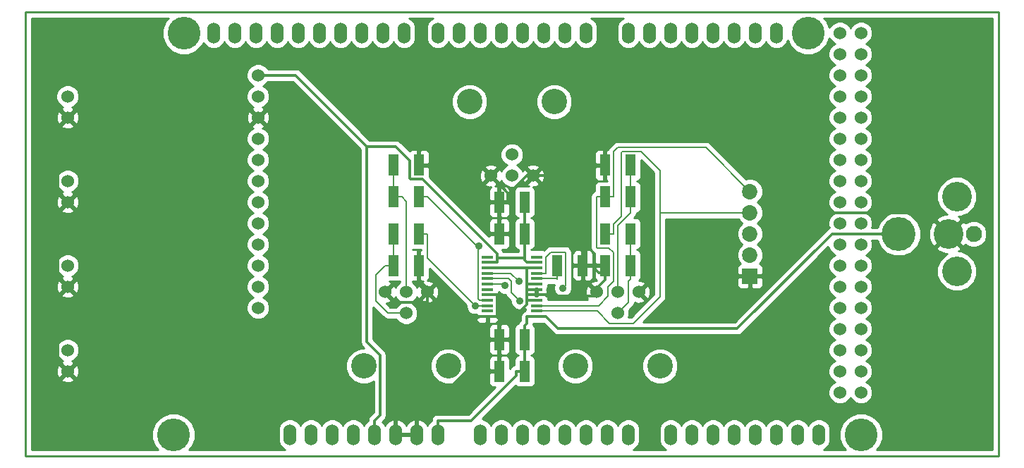
<source format=gbl>
G04 (created by PCBNEW-RS274X (2011-05-25)-stable) date Fri 08 Nov 2013 12:39:22 PM EST*
G01*
G70*
G90*
%MOIN*%
G04 Gerber Fmt 3.4, Leading zero omitted, Abs format*
%FSLAX34Y34*%
G04 APERTURE LIST*
%ADD10C,0.006000*%
%ADD11C,0.009000*%
%ADD12C,0.155000*%
%ADD13O,0.060000X0.100000*%
%ADD14C,0.060000*%
%ADD15C,0.076000*%
%ADD16C,0.140000*%
%ADD17C,0.160000*%
%ADD18R,0.050000X0.100000*%
%ADD19R,0.057100X0.017700*%
%ADD20C,0.120000*%
%ADD21C,0.073000*%
%ADD22R,0.073000X0.073000*%
%ADD23C,0.035000*%
%ADD24C,0.012000*%
%ADD25C,0.008000*%
%ADD26C,0.010000*%
G04 APERTURE END LIST*
G54D10*
G54D11*
X43500Y-51500D02*
X89500Y-51500D01*
X43500Y-30500D02*
X89500Y-30500D01*
X43500Y-30500D02*
X43500Y-51500D01*
X89500Y-51500D02*
X89500Y-30500D01*
G54D12*
X50500Y-50500D03*
X51000Y-31500D03*
X83000Y-50500D03*
X80500Y-31500D03*
G54D13*
X56000Y-50500D03*
X57000Y-50500D03*
X58000Y-50500D03*
X59000Y-50500D03*
X60000Y-50500D03*
X61000Y-50500D03*
X62000Y-50500D03*
X63000Y-50500D03*
X65000Y-50500D03*
X66000Y-50500D03*
X67000Y-50500D03*
X68000Y-50500D03*
X69000Y-50500D03*
X70000Y-50500D03*
X71000Y-50500D03*
X72000Y-50500D03*
X74000Y-50500D03*
X75000Y-50500D03*
X76000Y-50500D03*
X77000Y-50500D03*
X78000Y-50500D03*
X79000Y-50500D03*
X80000Y-50500D03*
X81000Y-50500D03*
X52400Y-31500D03*
X53400Y-31500D03*
X54400Y-31500D03*
X55400Y-31500D03*
X56400Y-31500D03*
X57400Y-31500D03*
X58400Y-31500D03*
X59400Y-31500D03*
X60400Y-31500D03*
X61400Y-31500D03*
X63000Y-31500D03*
X70000Y-31500D03*
X69000Y-31500D03*
X68000Y-31500D03*
X67000Y-31500D03*
X66000Y-31500D03*
X65000Y-31500D03*
X64000Y-31500D03*
X72000Y-31500D03*
X73000Y-31500D03*
X74000Y-31500D03*
X75000Y-31500D03*
X76000Y-31500D03*
X77000Y-31500D03*
X78000Y-31500D03*
X79000Y-31500D03*
G54D14*
X82000Y-31500D03*
X83000Y-31500D03*
X82000Y-32500D03*
X83000Y-32500D03*
X82000Y-33500D03*
X83000Y-33500D03*
X82000Y-34500D03*
X83000Y-34500D03*
X82000Y-35500D03*
X83000Y-35500D03*
X82000Y-36500D03*
X83000Y-36500D03*
X82000Y-37500D03*
X83000Y-37500D03*
X82000Y-38500D03*
X83000Y-38500D03*
X82000Y-39500D03*
X83000Y-39500D03*
X82000Y-40500D03*
X83000Y-40500D03*
X82000Y-41500D03*
X83000Y-41500D03*
X82000Y-42500D03*
X83000Y-42500D03*
X82000Y-43500D03*
X83000Y-43500D03*
X82000Y-44500D03*
X83000Y-44500D03*
X82000Y-45500D03*
X83000Y-45500D03*
X82000Y-46500D03*
X83000Y-46500D03*
X82000Y-47500D03*
X83000Y-47500D03*
X82000Y-48500D03*
X83000Y-48500D03*
G54D15*
X88320Y-41000D03*
G54D16*
X87140Y-41000D03*
G54D17*
X84780Y-41000D03*
G54D16*
X87530Y-39230D03*
X87530Y-42770D03*
G54D18*
X67100Y-47500D03*
X65900Y-47500D03*
X60900Y-42500D03*
X62100Y-42500D03*
X72100Y-37750D03*
X70900Y-37750D03*
X72100Y-42500D03*
X70900Y-42500D03*
X67100Y-46000D03*
X65900Y-46000D03*
G54D19*
X65340Y-44650D03*
X65340Y-44396D03*
X65340Y-44140D03*
X65340Y-43884D03*
X65340Y-43628D03*
X65340Y-43372D03*
X65340Y-43116D03*
X65340Y-42860D03*
X65340Y-42604D03*
X65340Y-42350D03*
X67660Y-42350D03*
X67660Y-42604D03*
X67660Y-42860D03*
X67660Y-43116D03*
X67660Y-43372D03*
X67660Y-43628D03*
X67660Y-43884D03*
X67660Y-44140D03*
X67660Y-44396D03*
X67660Y-44650D03*
X65340Y-44910D03*
X67660Y-44910D03*
X65340Y-42090D03*
X67660Y-42090D03*
G54D14*
X45500Y-39500D03*
X45500Y-38500D03*
X45500Y-35500D03*
X45500Y-34500D03*
X45500Y-42500D03*
X45500Y-43500D03*
X45500Y-46500D03*
X45500Y-47500D03*
X54500Y-33500D03*
X54500Y-34500D03*
X54500Y-35500D03*
X54500Y-36500D03*
X54500Y-37500D03*
X54500Y-38500D03*
X54500Y-39500D03*
X54500Y-40500D03*
X54500Y-41500D03*
X54500Y-42500D03*
X54500Y-43500D03*
X54500Y-44500D03*
G54D18*
X67100Y-39500D03*
X65900Y-39500D03*
X68650Y-42500D03*
X69850Y-42500D03*
X67100Y-41000D03*
X65900Y-41000D03*
X60900Y-41000D03*
X62100Y-41000D03*
X60900Y-39250D03*
X62100Y-39250D03*
X72100Y-41000D03*
X70900Y-41000D03*
X72100Y-39250D03*
X70900Y-39250D03*
G54D20*
X73500Y-47250D03*
X69500Y-47250D03*
G54D14*
X71500Y-44750D03*
X71500Y-43750D03*
X70500Y-43750D03*
X72500Y-43750D03*
G54D18*
X60900Y-37750D03*
X62100Y-37750D03*
G54D20*
X64500Y-34750D03*
X68500Y-34750D03*
G54D14*
X66500Y-37250D03*
X66500Y-38250D03*
X67500Y-38250D03*
X65500Y-38250D03*
G54D20*
X63500Y-47250D03*
X59500Y-47250D03*
G54D14*
X61500Y-44750D03*
X61500Y-43750D03*
X60500Y-43750D03*
X62500Y-43750D03*
G54D21*
X77750Y-42000D03*
X77750Y-41000D03*
G54D22*
X77750Y-43000D03*
G54D21*
X77750Y-40000D03*
X77750Y-39000D03*
G54D23*
X66162Y-43441D03*
X68904Y-43565D03*
X66820Y-43238D03*
X66874Y-44182D03*
X64759Y-44396D03*
X64952Y-41581D03*
G54D24*
X67100Y-41000D02*
X67100Y-39500D01*
X65340Y-42350D02*
X65789Y-42350D01*
X60000Y-50500D02*
X60000Y-49837D01*
X60266Y-49571D02*
X60000Y-49837D01*
X60266Y-46730D02*
X60266Y-49571D01*
X59640Y-46104D02*
X60266Y-46730D01*
X59640Y-36869D02*
X59640Y-46104D01*
X56271Y-33500D02*
X59640Y-36869D01*
X54500Y-33500D02*
X56271Y-33500D01*
X67660Y-42350D02*
X67212Y-42350D01*
X67100Y-41000D02*
X67100Y-41663D01*
X65789Y-41934D02*
X65789Y-42142D01*
X62269Y-38414D02*
X65789Y-41934D01*
X61688Y-38414D02*
X62269Y-38414D01*
X61654Y-38380D02*
X61688Y-38414D01*
X61654Y-37523D02*
X61654Y-38380D01*
X61000Y-36869D02*
X61654Y-37523D01*
X59640Y-36869D02*
X61000Y-36869D01*
X65789Y-42142D02*
X65789Y-42350D01*
X67100Y-42142D02*
X65789Y-42142D01*
X67100Y-42238D02*
X67100Y-42142D01*
X67212Y-42350D02*
X67100Y-42238D01*
X67100Y-42142D02*
X67100Y-41663D01*
G54D25*
X66093Y-43372D02*
X66162Y-43441D01*
X65340Y-43372D02*
X66093Y-43372D01*
X60056Y-42951D02*
X60507Y-42500D01*
X60056Y-44174D02*
X60056Y-42951D01*
X60632Y-44750D02*
X60056Y-44174D01*
X61500Y-44750D02*
X60632Y-44750D01*
X60900Y-42500D02*
X60507Y-42500D01*
X60900Y-41000D02*
X60900Y-42500D01*
X60900Y-39250D02*
X60900Y-37750D01*
X61500Y-39457D02*
X61293Y-39250D01*
X61500Y-43750D02*
X61500Y-39457D01*
X60900Y-39250D02*
X61293Y-39250D01*
X72100Y-41000D02*
X72100Y-42500D01*
X72000Y-43243D02*
X72100Y-43143D01*
X72000Y-44250D02*
X72000Y-43243D01*
X71500Y-44750D02*
X72000Y-44250D01*
X72100Y-42500D02*
X72100Y-43143D01*
X72100Y-40005D02*
X72100Y-39250D01*
X71500Y-40605D02*
X72100Y-40005D01*
X71500Y-43750D02*
X71500Y-40605D01*
X72100Y-39250D02*
X72100Y-37750D01*
X67660Y-42860D02*
X68089Y-42860D01*
X69044Y-43425D02*
X68904Y-43565D01*
X69044Y-41878D02*
X69044Y-43425D01*
X69022Y-41856D02*
X69044Y-41878D01*
X68342Y-41856D02*
X69022Y-41856D01*
X68089Y-42109D02*
X68342Y-41856D01*
X68089Y-42860D02*
X68089Y-42109D01*
X66442Y-42860D02*
X66820Y-43238D01*
X65340Y-42860D02*
X66442Y-42860D01*
X66481Y-43789D02*
X66874Y-44182D01*
X66481Y-43247D02*
X66481Y-43789D01*
X66350Y-43116D02*
X66481Y-43247D01*
X65340Y-43116D02*
X66350Y-43116D01*
X65340Y-44396D02*
X64759Y-44396D01*
X62493Y-42130D02*
X62493Y-41000D01*
X64759Y-44396D02*
X62493Y-42130D01*
X62100Y-41000D02*
X62493Y-41000D01*
X62100Y-39250D02*
X62493Y-39250D01*
X65340Y-44140D02*
X64958Y-44140D01*
X64888Y-41645D02*
X62493Y-39250D01*
X64888Y-44070D02*
X64888Y-41645D01*
X64958Y-44140D02*
X64888Y-44070D01*
X64888Y-41645D02*
X64952Y-41581D01*
X70900Y-41000D02*
X71293Y-41000D01*
X77750Y-40000D02*
X73491Y-40000D01*
X70520Y-44650D02*
X67660Y-44650D01*
X71095Y-45225D02*
X70520Y-44650D01*
X72245Y-45225D02*
X71095Y-45225D01*
X73491Y-43979D02*
X72245Y-45225D01*
X73491Y-40000D02*
X73491Y-43979D01*
X71293Y-40552D02*
X71293Y-41000D01*
X71658Y-40187D02*
X71293Y-40552D01*
X71658Y-37163D02*
X71658Y-40187D01*
X71715Y-37106D02*
X71658Y-37163D01*
X72604Y-37106D02*
X71715Y-37106D01*
X73491Y-37993D02*
X72604Y-37106D01*
X73491Y-40000D02*
X73491Y-37993D01*
X71293Y-37120D02*
X71293Y-39250D01*
X71496Y-36917D02*
X71293Y-37120D01*
X75667Y-36917D02*
X71496Y-36917D01*
X77750Y-39000D02*
X75667Y-36917D01*
X70900Y-39250D02*
X71293Y-39250D01*
X70507Y-41637D02*
X70507Y-39250D01*
X70528Y-41658D02*
X70507Y-41637D01*
X71074Y-41658D02*
X70528Y-41658D01*
X71294Y-41878D02*
X71074Y-41658D01*
X71294Y-43245D02*
X71294Y-41878D01*
X71045Y-43494D02*
X71294Y-43245D01*
X71045Y-43944D02*
X71045Y-43494D01*
X70593Y-44396D02*
X71045Y-43944D01*
X67660Y-44396D02*
X70593Y-44396D01*
X70900Y-39250D02*
X70507Y-39250D01*
G54D24*
X62100Y-42500D02*
X62100Y-43163D01*
X65340Y-44910D02*
X65789Y-44910D01*
X67660Y-43628D02*
X67436Y-43628D01*
X67660Y-43372D02*
X67212Y-43372D01*
X65900Y-41000D02*
X65900Y-39500D01*
X65900Y-46000D02*
X65900Y-45337D01*
X65789Y-44910D02*
X65789Y-43884D01*
X65340Y-43884D02*
X65789Y-43884D01*
X45036Y-43964D02*
X45500Y-43500D01*
X45036Y-47036D02*
X45036Y-43964D01*
X45500Y-47500D02*
X45036Y-47036D01*
X45036Y-43036D02*
X45500Y-43500D01*
X45036Y-39964D02*
X45036Y-43036D01*
X45500Y-39500D02*
X45036Y-39964D01*
X45036Y-39036D02*
X45500Y-39500D01*
X45036Y-35964D02*
X45036Y-39036D01*
X45500Y-35500D02*
X45036Y-35964D01*
X62500Y-43563D02*
X62100Y-43163D01*
X62500Y-43750D02*
X62500Y-43563D01*
X65900Y-47500D02*
X65900Y-46000D01*
X62000Y-50500D02*
X62000Y-49837D01*
X64337Y-47500D02*
X62000Y-49837D01*
X65900Y-47500D02*
X64337Y-47500D01*
X65900Y-39500D02*
X66313Y-39500D01*
X66313Y-39128D02*
X66313Y-39500D01*
X66346Y-39095D02*
X66313Y-39128D01*
X65000Y-37750D02*
X65500Y-38250D01*
X62100Y-37750D02*
X65000Y-37750D01*
X65500Y-38250D02*
X66346Y-39095D01*
X65340Y-42604D02*
X65789Y-42604D01*
X67660Y-42604D02*
X67212Y-42604D01*
X67212Y-42604D02*
X67212Y-43372D01*
X67436Y-43628D02*
X67250Y-43628D01*
X67212Y-43590D02*
X67212Y-43372D01*
X67250Y-43628D02*
X67212Y-43590D01*
X65900Y-45337D02*
X65900Y-44910D01*
X65900Y-44910D02*
X65789Y-44910D01*
X67660Y-44140D02*
X67212Y-44140D01*
X67660Y-43884D02*
X67212Y-43884D01*
X67212Y-43666D02*
X67212Y-43884D01*
X67250Y-43628D02*
X67212Y-43666D01*
X67212Y-43884D02*
X67212Y-44140D01*
X66626Y-44910D02*
X65900Y-44910D01*
X67212Y-44324D02*
X66626Y-44910D01*
X67212Y-44140D02*
X67212Y-44324D01*
X62500Y-43750D02*
X62500Y-44250D01*
X63160Y-44910D02*
X62500Y-44250D01*
X65340Y-44910D02*
X63160Y-44910D01*
X61000Y-44250D02*
X60500Y-43750D01*
X62500Y-44250D02*
X61000Y-44250D01*
X70500Y-43563D02*
X70500Y-43750D01*
X70900Y-43163D02*
X70500Y-43563D01*
X68149Y-43924D02*
X68109Y-43884D01*
X70326Y-43924D02*
X68149Y-43924D01*
X70500Y-43750D02*
X70326Y-43924D01*
X67660Y-43884D02*
X68109Y-43884D01*
X70900Y-42500D02*
X70900Y-42831D01*
X70900Y-42831D02*
X70900Y-43163D01*
X70594Y-42831D02*
X70263Y-42500D01*
X70900Y-42831D02*
X70594Y-42831D01*
X86140Y-40000D02*
X87140Y-41000D01*
X81278Y-40000D02*
X86140Y-40000D01*
X78278Y-43000D02*
X81278Y-40000D01*
X77750Y-43000D02*
X78278Y-43000D01*
X65789Y-42604D02*
X67212Y-42604D01*
X67191Y-38250D02*
X67500Y-38250D01*
X66346Y-39095D02*
X67191Y-38250D01*
X70900Y-37750D02*
X70487Y-37750D01*
X69850Y-42500D02*
X70057Y-42500D01*
X70057Y-42500D02*
X70263Y-42500D01*
X69987Y-42430D02*
X69987Y-38250D01*
X70057Y-42500D02*
X69987Y-42430D01*
X67500Y-38250D02*
X69987Y-38250D01*
X69987Y-38250D02*
X70487Y-37750D01*
G54D25*
X68650Y-42500D02*
X68650Y-43143D01*
X68307Y-43116D02*
X67660Y-43116D01*
X68320Y-43103D02*
X68307Y-43116D01*
X68585Y-43103D02*
X68320Y-43103D01*
X68625Y-43143D02*
X68585Y-43103D01*
X68650Y-43143D02*
X68625Y-43143D01*
G54D24*
X67100Y-46000D02*
X67100Y-47500D01*
X64571Y-49837D02*
X63000Y-49837D01*
X66687Y-47721D02*
X64571Y-49837D01*
X66687Y-47500D02*
X66687Y-47721D01*
X67100Y-47500D02*
X66687Y-47500D01*
X63000Y-50500D02*
X63000Y-49837D01*
X67212Y-45225D02*
X67100Y-45337D01*
X67212Y-44910D02*
X67212Y-45225D01*
X67660Y-44910D02*
X67212Y-44910D01*
X67100Y-46000D02*
X67100Y-45337D01*
X68672Y-45473D02*
X68109Y-44910D01*
X77149Y-45473D02*
X68672Y-45473D01*
X81622Y-41000D02*
X77149Y-45473D01*
X84780Y-41000D02*
X81622Y-41000D01*
X67660Y-44910D02*
X68109Y-44910D01*
G54D10*
G36*
X61273Y-44250D02*
X61189Y-44285D01*
X61035Y-44439D01*
X61026Y-44460D01*
X60752Y-44460D01*
X60576Y-44284D01*
X60634Y-44282D01*
X60781Y-44222D01*
X60808Y-44128D01*
X60535Y-43856D01*
X60500Y-43821D01*
X60429Y-43750D01*
X60500Y-43679D01*
X60535Y-43644D01*
X60808Y-43372D01*
X60781Y-43278D01*
X60699Y-43249D01*
X61199Y-43249D01*
X61210Y-43244D01*
X61210Y-43276D01*
X61189Y-43285D01*
X61035Y-43439D01*
X60997Y-43530D01*
X60972Y-43469D01*
X60878Y-43442D01*
X60571Y-43750D01*
X60878Y-44058D01*
X60972Y-44031D01*
X60995Y-43965D01*
X61035Y-44061D01*
X61189Y-44215D01*
X61273Y-44250D01*
X61273Y-44250D01*
G37*
G54D26*
X61273Y-44250D02*
X61189Y-44285D01*
X61035Y-44439D01*
X61026Y-44460D01*
X60752Y-44460D01*
X60576Y-44284D01*
X60634Y-44282D01*
X60781Y-44222D01*
X60808Y-44128D01*
X60535Y-43856D01*
X60500Y-43821D01*
X60429Y-43750D01*
X60500Y-43679D01*
X60535Y-43644D01*
X60808Y-43372D01*
X60781Y-43278D01*
X60699Y-43249D01*
X61199Y-43249D01*
X61210Y-43244D01*
X61210Y-43276D01*
X61189Y-43285D01*
X61035Y-43439D01*
X60997Y-43530D01*
X60972Y-43469D01*
X60878Y-43442D01*
X60571Y-43750D01*
X60878Y-44058D01*
X60972Y-44031D01*
X60995Y-43965D01*
X61035Y-44061D01*
X61189Y-44215D01*
X61273Y-44250D01*
G54D10*
G36*
X67126Y-44617D02*
X67093Y-44624D01*
X66993Y-44691D01*
X66926Y-44791D01*
X66902Y-44910D01*
X66902Y-45097D01*
X66881Y-45118D01*
X66814Y-45218D01*
X66807Y-45251D01*
X66801Y-45251D01*
X66709Y-45289D01*
X66639Y-45359D01*
X66601Y-45450D01*
X66601Y-45549D01*
X66601Y-46549D01*
X66639Y-46641D01*
X66709Y-46711D01*
X66790Y-46744D01*
X66790Y-46755D01*
X66709Y-46789D01*
X66639Y-46859D01*
X66601Y-46950D01*
X66601Y-47049D01*
X66601Y-47207D01*
X66568Y-47214D01*
X66468Y-47281D01*
X66401Y-47381D01*
X66399Y-47385D01*
X66399Y-47049D01*
X66399Y-46950D01*
X66361Y-46859D01*
X66291Y-46789D01*
X66199Y-46751D01*
X66012Y-46750D01*
X66199Y-46749D01*
X66291Y-46711D01*
X66361Y-46641D01*
X66399Y-46550D01*
X66399Y-46451D01*
X66400Y-46112D01*
X66400Y-45888D01*
X66399Y-45549D01*
X66399Y-45450D01*
X66361Y-45359D01*
X66291Y-45289D01*
X66199Y-45251D01*
X66012Y-45250D01*
X65950Y-45312D01*
X65950Y-45950D01*
X66338Y-45950D01*
X66400Y-45888D01*
X66400Y-46112D01*
X66338Y-46050D01*
X65950Y-46050D01*
X65950Y-46688D01*
X66012Y-46750D01*
X65950Y-46812D01*
X65950Y-47400D01*
X65950Y-47450D01*
X65950Y-47550D01*
X65850Y-47550D01*
X65850Y-47450D01*
X65850Y-46812D01*
X65788Y-46750D01*
X65850Y-46688D01*
X65850Y-46050D01*
X65850Y-45950D01*
X65850Y-45312D01*
X65788Y-45250D01*
X65601Y-45251D01*
X65509Y-45289D01*
X65439Y-45359D01*
X65401Y-45450D01*
X65401Y-45549D01*
X65400Y-45888D01*
X65462Y-45950D01*
X65850Y-45950D01*
X65850Y-46050D01*
X65462Y-46050D01*
X65400Y-46112D01*
X65401Y-46451D01*
X65401Y-46550D01*
X65439Y-46641D01*
X65509Y-46711D01*
X65601Y-46749D01*
X65788Y-46750D01*
X65601Y-46751D01*
X65509Y-46789D01*
X65439Y-46859D01*
X65401Y-46950D01*
X65401Y-47049D01*
X65400Y-47388D01*
X65462Y-47450D01*
X65850Y-47450D01*
X65850Y-47550D01*
X65800Y-47550D01*
X65462Y-47550D01*
X65400Y-47612D01*
X65401Y-47951D01*
X65401Y-48050D01*
X65439Y-48141D01*
X65509Y-48211D01*
X65601Y-48249D01*
X65719Y-48249D01*
X64442Y-49527D01*
X64350Y-49527D01*
X64350Y-47420D01*
X64350Y-47082D01*
X64221Y-46770D01*
X63982Y-46530D01*
X63670Y-46400D01*
X63332Y-46400D01*
X63043Y-46519D01*
X63043Y-43829D01*
X63032Y-43616D01*
X62972Y-43469D01*
X62878Y-43442D01*
X62571Y-43750D01*
X62878Y-44058D01*
X62972Y-44031D01*
X63043Y-43829D01*
X63043Y-46519D01*
X63020Y-46529D01*
X62808Y-46740D01*
X62808Y-44128D01*
X62500Y-43821D01*
X62192Y-44128D01*
X62219Y-44222D01*
X62421Y-44293D01*
X62634Y-44282D01*
X62781Y-44222D01*
X62808Y-44128D01*
X62808Y-46740D01*
X62780Y-46768D01*
X62650Y-47080D01*
X62650Y-47418D01*
X62779Y-47730D01*
X63018Y-47970D01*
X63330Y-48100D01*
X63668Y-48100D01*
X63980Y-47971D01*
X64220Y-47732D01*
X64350Y-47420D01*
X64350Y-49527D01*
X63000Y-49527D01*
X62881Y-49551D01*
X62781Y-49618D01*
X62714Y-49718D01*
X62691Y-49830D01*
X62543Y-49980D01*
X62500Y-50081D01*
X62489Y-50043D01*
X62353Y-49875D01*
X62163Y-49772D01*
X62135Y-49768D01*
X62050Y-49815D01*
X62050Y-50400D01*
X62050Y-50450D01*
X62050Y-50550D01*
X61950Y-50550D01*
X61950Y-50450D01*
X61950Y-49815D01*
X61865Y-49768D01*
X61837Y-49772D01*
X61647Y-49875D01*
X61511Y-50043D01*
X61500Y-50080D01*
X61489Y-50043D01*
X61353Y-49875D01*
X61163Y-49772D01*
X61135Y-49768D01*
X61050Y-49815D01*
X61050Y-50450D01*
X61450Y-50450D01*
X61550Y-50450D01*
X61950Y-50450D01*
X61950Y-50550D01*
X61900Y-50550D01*
X61550Y-50550D01*
X61450Y-50550D01*
X61100Y-50550D01*
X61050Y-50550D01*
X60950Y-50550D01*
X60950Y-50450D01*
X60950Y-50400D01*
X60950Y-49815D01*
X60865Y-49768D01*
X60837Y-49772D01*
X60647Y-49875D01*
X60511Y-50043D01*
X60499Y-50081D01*
X60458Y-49980D01*
X60376Y-49898D01*
X60485Y-49790D01*
X60552Y-49690D01*
X60552Y-49689D01*
X60576Y-49571D01*
X60576Y-46730D01*
X60552Y-46612D01*
X60552Y-46611D01*
X60485Y-46511D01*
X59950Y-45976D01*
X59950Y-44478D01*
X60427Y-44955D01*
X60521Y-45018D01*
X60632Y-45040D01*
X61026Y-45040D01*
X61035Y-45061D01*
X61189Y-45215D01*
X61391Y-45299D01*
X61609Y-45299D01*
X61811Y-45215D01*
X61965Y-45061D01*
X62049Y-44859D01*
X62049Y-44641D01*
X61965Y-44439D01*
X61811Y-44285D01*
X61726Y-44250D01*
X61811Y-44215D01*
X61965Y-44061D01*
X62002Y-43969D01*
X62028Y-44031D01*
X62122Y-44058D01*
X62429Y-43750D01*
X62122Y-43442D01*
X62028Y-43469D01*
X62004Y-43534D01*
X61965Y-43439D01*
X61811Y-43285D01*
X61790Y-43276D01*
X61790Y-43244D01*
X61801Y-43249D01*
X61988Y-43250D01*
X62050Y-43188D01*
X62050Y-42600D01*
X62050Y-42550D01*
X62050Y-42450D01*
X62050Y-42400D01*
X62050Y-41812D01*
X61988Y-41750D01*
X61801Y-41751D01*
X61790Y-41755D01*
X61790Y-41744D01*
X61800Y-41749D01*
X61899Y-41749D01*
X62203Y-41749D01*
X62203Y-41759D01*
X62150Y-41812D01*
X62150Y-42400D01*
X62150Y-42450D01*
X62150Y-42550D01*
X62150Y-42600D01*
X62150Y-43188D01*
X62212Y-43250D01*
X62288Y-43249D01*
X62219Y-43278D01*
X62192Y-43372D01*
X62500Y-43679D01*
X62808Y-43372D01*
X62781Y-43278D01*
X62579Y-43207D01*
X62491Y-43211D01*
X62561Y-43141D01*
X62599Y-43050D01*
X62599Y-42951D01*
X62599Y-42646D01*
X64334Y-44381D01*
X64334Y-44480D01*
X64398Y-44636D01*
X64518Y-44756D01*
X64674Y-44821D01*
X64805Y-44821D01*
X64805Y-44804D01*
X64806Y-44805D01*
X64806Y-44821D01*
X64820Y-44821D01*
X64844Y-44879D01*
X64914Y-44949D01*
X64925Y-44954D01*
X64867Y-44954D01*
X64806Y-45015D01*
X64806Y-45048D01*
X64844Y-45139D01*
X64914Y-45209D01*
X65006Y-45247D01*
X65228Y-45248D01*
X65290Y-45186D01*
X65290Y-44987D01*
X65390Y-44987D01*
X65390Y-45186D01*
X65452Y-45248D01*
X65674Y-45247D01*
X65766Y-45209D01*
X65836Y-45139D01*
X65874Y-45048D01*
X65874Y-45015D01*
X65813Y-44954D01*
X65753Y-44954D01*
X65766Y-44949D01*
X65836Y-44879D01*
X65861Y-44817D01*
X65874Y-44805D01*
X65874Y-44788D01*
X65874Y-44772D01*
X65874Y-44689D01*
X65874Y-44534D01*
X65874Y-44513D01*
X65874Y-44435D01*
X65874Y-44278D01*
X65874Y-44259D01*
X65874Y-44179D01*
X65874Y-44022D01*
X65874Y-44003D01*
X65874Y-43989D01*
X65864Y-43979D01*
X65836Y-43911D01*
X65809Y-43884D01*
X65836Y-43857D01*
X65864Y-43788D01*
X65874Y-43779D01*
X65874Y-43766D01*
X65874Y-43754D01*
X65921Y-43801D01*
X66077Y-43866D01*
X66206Y-43866D01*
X66213Y-43900D01*
X66276Y-43994D01*
X66449Y-44167D01*
X66449Y-44266D01*
X66513Y-44422D01*
X66633Y-44542D01*
X66789Y-44607D01*
X66958Y-44607D01*
X67114Y-44543D01*
X67126Y-44531D01*
X67126Y-44533D01*
X67126Y-44611D01*
X67126Y-44617D01*
X67126Y-44617D01*
G37*
G54D26*
X67126Y-44617D02*
X67093Y-44624D01*
X66993Y-44691D01*
X66926Y-44791D01*
X66902Y-44910D01*
X66902Y-45097D01*
X66881Y-45118D01*
X66814Y-45218D01*
X66807Y-45251D01*
X66801Y-45251D01*
X66709Y-45289D01*
X66639Y-45359D01*
X66601Y-45450D01*
X66601Y-45549D01*
X66601Y-46549D01*
X66639Y-46641D01*
X66709Y-46711D01*
X66790Y-46744D01*
X66790Y-46755D01*
X66709Y-46789D01*
X66639Y-46859D01*
X66601Y-46950D01*
X66601Y-47049D01*
X66601Y-47207D01*
X66568Y-47214D01*
X66468Y-47281D01*
X66401Y-47381D01*
X66399Y-47385D01*
X66399Y-47049D01*
X66399Y-46950D01*
X66361Y-46859D01*
X66291Y-46789D01*
X66199Y-46751D01*
X66012Y-46750D01*
X66199Y-46749D01*
X66291Y-46711D01*
X66361Y-46641D01*
X66399Y-46550D01*
X66399Y-46451D01*
X66400Y-46112D01*
X66400Y-45888D01*
X66399Y-45549D01*
X66399Y-45450D01*
X66361Y-45359D01*
X66291Y-45289D01*
X66199Y-45251D01*
X66012Y-45250D01*
X65950Y-45312D01*
X65950Y-45950D01*
X66338Y-45950D01*
X66400Y-45888D01*
X66400Y-46112D01*
X66338Y-46050D01*
X65950Y-46050D01*
X65950Y-46688D01*
X66012Y-46750D01*
X65950Y-46812D01*
X65950Y-47400D01*
X65950Y-47450D01*
X65950Y-47550D01*
X65850Y-47550D01*
X65850Y-47450D01*
X65850Y-46812D01*
X65788Y-46750D01*
X65850Y-46688D01*
X65850Y-46050D01*
X65850Y-45950D01*
X65850Y-45312D01*
X65788Y-45250D01*
X65601Y-45251D01*
X65509Y-45289D01*
X65439Y-45359D01*
X65401Y-45450D01*
X65401Y-45549D01*
X65400Y-45888D01*
X65462Y-45950D01*
X65850Y-45950D01*
X65850Y-46050D01*
X65462Y-46050D01*
X65400Y-46112D01*
X65401Y-46451D01*
X65401Y-46550D01*
X65439Y-46641D01*
X65509Y-46711D01*
X65601Y-46749D01*
X65788Y-46750D01*
X65601Y-46751D01*
X65509Y-46789D01*
X65439Y-46859D01*
X65401Y-46950D01*
X65401Y-47049D01*
X65400Y-47388D01*
X65462Y-47450D01*
X65850Y-47450D01*
X65850Y-47550D01*
X65800Y-47550D01*
X65462Y-47550D01*
X65400Y-47612D01*
X65401Y-47951D01*
X65401Y-48050D01*
X65439Y-48141D01*
X65509Y-48211D01*
X65601Y-48249D01*
X65719Y-48249D01*
X64442Y-49527D01*
X64350Y-49527D01*
X64350Y-47420D01*
X64350Y-47082D01*
X64221Y-46770D01*
X63982Y-46530D01*
X63670Y-46400D01*
X63332Y-46400D01*
X63043Y-46519D01*
X63043Y-43829D01*
X63032Y-43616D01*
X62972Y-43469D01*
X62878Y-43442D01*
X62571Y-43750D01*
X62878Y-44058D01*
X62972Y-44031D01*
X63043Y-43829D01*
X63043Y-46519D01*
X63020Y-46529D01*
X62808Y-46740D01*
X62808Y-44128D01*
X62500Y-43821D01*
X62192Y-44128D01*
X62219Y-44222D01*
X62421Y-44293D01*
X62634Y-44282D01*
X62781Y-44222D01*
X62808Y-44128D01*
X62808Y-46740D01*
X62780Y-46768D01*
X62650Y-47080D01*
X62650Y-47418D01*
X62779Y-47730D01*
X63018Y-47970D01*
X63330Y-48100D01*
X63668Y-48100D01*
X63980Y-47971D01*
X64220Y-47732D01*
X64350Y-47420D01*
X64350Y-49527D01*
X63000Y-49527D01*
X62881Y-49551D01*
X62781Y-49618D01*
X62714Y-49718D01*
X62691Y-49830D01*
X62543Y-49980D01*
X62500Y-50081D01*
X62489Y-50043D01*
X62353Y-49875D01*
X62163Y-49772D01*
X62135Y-49768D01*
X62050Y-49815D01*
X62050Y-50400D01*
X62050Y-50450D01*
X62050Y-50550D01*
X61950Y-50550D01*
X61950Y-50450D01*
X61950Y-49815D01*
X61865Y-49768D01*
X61837Y-49772D01*
X61647Y-49875D01*
X61511Y-50043D01*
X61500Y-50080D01*
X61489Y-50043D01*
X61353Y-49875D01*
X61163Y-49772D01*
X61135Y-49768D01*
X61050Y-49815D01*
X61050Y-50450D01*
X61450Y-50450D01*
X61550Y-50450D01*
X61950Y-50450D01*
X61950Y-50550D01*
X61900Y-50550D01*
X61550Y-50550D01*
X61450Y-50550D01*
X61100Y-50550D01*
X61050Y-50550D01*
X60950Y-50550D01*
X60950Y-50450D01*
X60950Y-50400D01*
X60950Y-49815D01*
X60865Y-49768D01*
X60837Y-49772D01*
X60647Y-49875D01*
X60511Y-50043D01*
X60499Y-50081D01*
X60458Y-49980D01*
X60376Y-49898D01*
X60485Y-49790D01*
X60552Y-49690D01*
X60552Y-49689D01*
X60576Y-49571D01*
X60576Y-46730D01*
X60552Y-46612D01*
X60552Y-46611D01*
X60485Y-46511D01*
X59950Y-45976D01*
X59950Y-44478D01*
X60427Y-44955D01*
X60521Y-45018D01*
X60632Y-45040D01*
X61026Y-45040D01*
X61035Y-45061D01*
X61189Y-45215D01*
X61391Y-45299D01*
X61609Y-45299D01*
X61811Y-45215D01*
X61965Y-45061D01*
X62049Y-44859D01*
X62049Y-44641D01*
X61965Y-44439D01*
X61811Y-44285D01*
X61726Y-44250D01*
X61811Y-44215D01*
X61965Y-44061D01*
X62002Y-43969D01*
X62028Y-44031D01*
X62122Y-44058D01*
X62429Y-43750D01*
X62122Y-43442D01*
X62028Y-43469D01*
X62004Y-43534D01*
X61965Y-43439D01*
X61811Y-43285D01*
X61790Y-43276D01*
X61790Y-43244D01*
X61801Y-43249D01*
X61988Y-43250D01*
X62050Y-43188D01*
X62050Y-42600D01*
X62050Y-42550D01*
X62050Y-42450D01*
X62050Y-42400D01*
X62050Y-41812D01*
X61988Y-41750D01*
X61801Y-41751D01*
X61790Y-41755D01*
X61790Y-41744D01*
X61800Y-41749D01*
X61899Y-41749D01*
X62203Y-41749D01*
X62203Y-41759D01*
X62150Y-41812D01*
X62150Y-42400D01*
X62150Y-42450D01*
X62150Y-42550D01*
X62150Y-42600D01*
X62150Y-43188D01*
X62212Y-43250D01*
X62288Y-43249D01*
X62219Y-43278D01*
X62192Y-43372D01*
X62500Y-43679D01*
X62808Y-43372D01*
X62781Y-43278D01*
X62579Y-43207D01*
X62491Y-43211D01*
X62561Y-43141D01*
X62599Y-43050D01*
X62599Y-42951D01*
X62599Y-42646D01*
X64334Y-44381D01*
X64334Y-44480D01*
X64398Y-44636D01*
X64518Y-44756D01*
X64674Y-44821D01*
X64805Y-44821D01*
X64805Y-44804D01*
X64806Y-44805D01*
X64806Y-44821D01*
X64820Y-44821D01*
X64844Y-44879D01*
X64914Y-44949D01*
X64925Y-44954D01*
X64867Y-44954D01*
X64806Y-45015D01*
X64806Y-45048D01*
X64844Y-45139D01*
X64914Y-45209D01*
X65006Y-45247D01*
X65228Y-45248D01*
X65290Y-45186D01*
X65290Y-44987D01*
X65390Y-44987D01*
X65390Y-45186D01*
X65452Y-45248D01*
X65674Y-45247D01*
X65766Y-45209D01*
X65836Y-45139D01*
X65874Y-45048D01*
X65874Y-45015D01*
X65813Y-44954D01*
X65753Y-44954D01*
X65766Y-44949D01*
X65836Y-44879D01*
X65861Y-44817D01*
X65874Y-44805D01*
X65874Y-44788D01*
X65874Y-44772D01*
X65874Y-44689D01*
X65874Y-44534D01*
X65874Y-44513D01*
X65874Y-44435D01*
X65874Y-44278D01*
X65874Y-44259D01*
X65874Y-44179D01*
X65874Y-44022D01*
X65874Y-44003D01*
X65874Y-43989D01*
X65864Y-43979D01*
X65836Y-43911D01*
X65809Y-43884D01*
X65836Y-43857D01*
X65864Y-43788D01*
X65874Y-43779D01*
X65874Y-43766D01*
X65874Y-43754D01*
X65921Y-43801D01*
X66077Y-43866D01*
X66206Y-43866D01*
X66213Y-43900D01*
X66276Y-43994D01*
X66449Y-44167D01*
X66449Y-44266D01*
X66513Y-44422D01*
X66633Y-44542D01*
X66789Y-44607D01*
X66958Y-44607D01*
X67114Y-44543D01*
X67126Y-44531D01*
X67126Y-44533D01*
X67126Y-44611D01*
X67126Y-44617D01*
G54D10*
G36*
X67710Y-43934D02*
X67610Y-43934D01*
X67610Y-43928D01*
X67610Y-43904D01*
X67610Y-43864D01*
X67610Y-43840D01*
X67610Y-43784D01*
X67610Y-43728D01*
X67610Y-43672D01*
X67610Y-43648D01*
X67610Y-43608D01*
X67610Y-43584D01*
X67610Y-43578D01*
X67710Y-43578D01*
X67710Y-43584D01*
X67710Y-43608D01*
X67710Y-43648D01*
X67710Y-43672D01*
X67710Y-43840D01*
X67710Y-43864D01*
X67710Y-43904D01*
X67710Y-43928D01*
X67710Y-43934D01*
X67710Y-43934D01*
G37*
G54D26*
X67710Y-43934D02*
X67610Y-43934D01*
X67610Y-43928D01*
X67610Y-43904D01*
X67610Y-43864D01*
X67610Y-43840D01*
X67610Y-43784D01*
X67610Y-43728D01*
X67610Y-43672D01*
X67610Y-43648D01*
X67610Y-43608D01*
X67610Y-43584D01*
X67610Y-43578D01*
X67710Y-43578D01*
X67710Y-43584D01*
X67710Y-43608D01*
X67710Y-43648D01*
X67710Y-43672D01*
X67710Y-43840D01*
X67710Y-43864D01*
X67710Y-43904D01*
X67710Y-43928D01*
X67710Y-43934D01*
G54D10*
G36*
X73201Y-43859D02*
X73043Y-44017D01*
X73043Y-43829D01*
X73032Y-43616D01*
X72972Y-43469D01*
X72878Y-43442D01*
X72571Y-43750D01*
X72878Y-44058D01*
X72972Y-44031D01*
X73043Y-43829D01*
X73043Y-44017D01*
X72125Y-44935D01*
X72017Y-44935D01*
X72049Y-44859D01*
X72049Y-44641D01*
X72040Y-44619D01*
X72205Y-44455D01*
X72268Y-44361D01*
X72290Y-44250D01*
X72290Y-44246D01*
X72421Y-44293D01*
X72634Y-44282D01*
X72781Y-44222D01*
X72808Y-44128D01*
X72535Y-43856D01*
X72500Y-43821D01*
X72429Y-43750D01*
X72500Y-43679D01*
X72535Y-43644D01*
X72808Y-43372D01*
X72781Y-43278D01*
X72579Y-43207D01*
X72491Y-43211D01*
X72561Y-43141D01*
X72599Y-43050D01*
X72599Y-42951D01*
X72599Y-41951D01*
X72561Y-41859D01*
X72491Y-41789D01*
X72400Y-41751D01*
X72390Y-41751D01*
X72390Y-41749D01*
X72399Y-41749D01*
X72491Y-41711D01*
X72561Y-41641D01*
X72599Y-41550D01*
X72599Y-41451D01*
X72599Y-40451D01*
X72561Y-40359D01*
X72491Y-40289D01*
X72400Y-40251D01*
X72301Y-40251D01*
X72264Y-40251D01*
X72305Y-40210D01*
X72368Y-40116D01*
X72390Y-40005D01*
X72390Y-39999D01*
X72399Y-39999D01*
X72491Y-39961D01*
X72561Y-39891D01*
X72599Y-39800D01*
X72599Y-39701D01*
X72599Y-38701D01*
X72561Y-38609D01*
X72491Y-38539D01*
X72400Y-38501D01*
X72390Y-38501D01*
X72390Y-38499D01*
X72399Y-38499D01*
X72491Y-38461D01*
X72561Y-38391D01*
X72599Y-38300D01*
X72599Y-38201D01*
X72599Y-37511D01*
X73201Y-38113D01*
X73201Y-40000D01*
X73201Y-43859D01*
X73201Y-43859D01*
G37*
G54D26*
X73201Y-43859D02*
X73043Y-44017D01*
X73043Y-43829D01*
X73032Y-43616D01*
X72972Y-43469D01*
X72878Y-43442D01*
X72571Y-43750D01*
X72878Y-44058D01*
X72972Y-44031D01*
X73043Y-43829D01*
X73043Y-44017D01*
X72125Y-44935D01*
X72017Y-44935D01*
X72049Y-44859D01*
X72049Y-44641D01*
X72040Y-44619D01*
X72205Y-44455D01*
X72268Y-44361D01*
X72290Y-44250D01*
X72290Y-44246D01*
X72421Y-44293D01*
X72634Y-44282D01*
X72781Y-44222D01*
X72808Y-44128D01*
X72535Y-43856D01*
X72500Y-43821D01*
X72429Y-43750D01*
X72500Y-43679D01*
X72535Y-43644D01*
X72808Y-43372D01*
X72781Y-43278D01*
X72579Y-43207D01*
X72491Y-43211D01*
X72561Y-43141D01*
X72599Y-43050D01*
X72599Y-42951D01*
X72599Y-41951D01*
X72561Y-41859D01*
X72491Y-41789D01*
X72400Y-41751D01*
X72390Y-41751D01*
X72390Y-41749D01*
X72399Y-41749D01*
X72491Y-41711D01*
X72561Y-41641D01*
X72599Y-41550D01*
X72599Y-41451D01*
X72599Y-40451D01*
X72561Y-40359D01*
X72491Y-40289D01*
X72400Y-40251D01*
X72301Y-40251D01*
X72264Y-40251D01*
X72305Y-40210D01*
X72368Y-40116D01*
X72390Y-40005D01*
X72390Y-39999D01*
X72399Y-39999D01*
X72491Y-39961D01*
X72561Y-39891D01*
X72599Y-39800D01*
X72599Y-39701D01*
X72599Y-38701D01*
X72561Y-38609D01*
X72491Y-38539D01*
X72400Y-38501D01*
X72390Y-38501D01*
X72390Y-38499D01*
X72399Y-38499D01*
X72491Y-38461D01*
X72561Y-38391D01*
X72599Y-38300D01*
X72599Y-38201D01*
X72599Y-37511D01*
X73201Y-38113D01*
X73201Y-40000D01*
X73201Y-43859D01*
G54D10*
G36*
X81773Y-40000D02*
X81689Y-40035D01*
X81535Y-40189D01*
X81451Y-40391D01*
X81451Y-40609D01*
X81496Y-40718D01*
X81402Y-40781D01*
X78365Y-43818D01*
X78365Y-43112D01*
X78303Y-43050D01*
X77800Y-43050D01*
X77800Y-43553D01*
X77862Y-43615D01*
X78066Y-43614D01*
X78165Y-43614D01*
X78256Y-43576D01*
X78326Y-43506D01*
X78364Y-43414D01*
X78365Y-43112D01*
X78365Y-43818D01*
X77700Y-44483D01*
X77700Y-43553D01*
X77700Y-43050D01*
X77197Y-43050D01*
X77135Y-43112D01*
X77136Y-43414D01*
X77174Y-43506D01*
X77244Y-43576D01*
X77335Y-43614D01*
X77434Y-43614D01*
X77638Y-43615D01*
X77700Y-43553D01*
X77700Y-44483D01*
X77020Y-45163D01*
X72717Y-45163D01*
X73696Y-44184D01*
X73759Y-44090D01*
X73781Y-43979D01*
X73781Y-40290D01*
X77204Y-40290D01*
X77229Y-40348D01*
X77380Y-40500D01*
X77229Y-40651D01*
X77135Y-40877D01*
X77135Y-41122D01*
X77229Y-41348D01*
X77380Y-41500D01*
X77229Y-41651D01*
X77135Y-41877D01*
X77135Y-42122D01*
X77229Y-42348D01*
X77286Y-42406D01*
X77244Y-42424D01*
X77174Y-42494D01*
X77136Y-42586D01*
X77135Y-42888D01*
X77197Y-42950D01*
X77650Y-42950D01*
X77700Y-42950D01*
X77800Y-42950D01*
X77850Y-42950D01*
X78303Y-42950D01*
X78365Y-42888D01*
X78364Y-42586D01*
X78326Y-42494D01*
X78256Y-42424D01*
X78213Y-42406D01*
X78271Y-42349D01*
X78365Y-42123D01*
X78365Y-41878D01*
X78271Y-41652D01*
X78119Y-41499D01*
X78271Y-41349D01*
X78365Y-41123D01*
X78365Y-40878D01*
X78271Y-40652D01*
X78119Y-40499D01*
X78271Y-40349D01*
X78365Y-40123D01*
X78365Y-39878D01*
X78271Y-39652D01*
X78119Y-39499D01*
X78271Y-39349D01*
X78365Y-39123D01*
X78365Y-38878D01*
X78271Y-38652D01*
X78099Y-38479D01*
X77873Y-38385D01*
X77628Y-38385D01*
X77569Y-38409D01*
X75872Y-36712D01*
X75778Y-36649D01*
X75667Y-36627D01*
X71496Y-36627D01*
X71385Y-36649D01*
X71291Y-36712D01*
X71088Y-36915D01*
X71030Y-37000D01*
X71012Y-37000D01*
X70950Y-37062D01*
X70950Y-37650D01*
X70950Y-37700D01*
X70950Y-37800D01*
X70950Y-37850D01*
X70950Y-38438D01*
X71003Y-38491D01*
X71003Y-38501D01*
X70850Y-38501D01*
X70850Y-38438D01*
X70850Y-37800D01*
X70850Y-37700D01*
X70850Y-37062D01*
X70788Y-37000D01*
X70601Y-37001D01*
X70509Y-37039D01*
X70439Y-37109D01*
X70401Y-37200D01*
X70401Y-37299D01*
X70400Y-37638D01*
X70462Y-37700D01*
X70850Y-37700D01*
X70850Y-37800D01*
X70462Y-37800D01*
X70400Y-37862D01*
X70401Y-38201D01*
X70401Y-38300D01*
X70439Y-38391D01*
X70509Y-38461D01*
X70601Y-38499D01*
X70788Y-38500D01*
X70850Y-38438D01*
X70850Y-38501D01*
X70601Y-38501D01*
X70509Y-38539D01*
X70439Y-38609D01*
X70401Y-38700D01*
X70401Y-38799D01*
X70401Y-38981D01*
X70396Y-38982D01*
X70302Y-39045D01*
X70239Y-39139D01*
X70217Y-39250D01*
X70217Y-41637D01*
X70239Y-41748D01*
X70302Y-41842D01*
X70322Y-41863D01*
X70323Y-41863D01*
X70385Y-41904D01*
X70412Y-41922D01*
X70401Y-41950D01*
X70401Y-42049D01*
X70400Y-42388D01*
X70462Y-42450D01*
X70800Y-42450D01*
X70850Y-42450D01*
X70950Y-42450D01*
X70950Y-42550D01*
X70850Y-42550D01*
X70800Y-42550D01*
X70462Y-42550D01*
X70400Y-42612D01*
X70401Y-42951D01*
X70401Y-43050D01*
X70439Y-43141D01*
X70508Y-43210D01*
X70366Y-43218D01*
X70350Y-43224D01*
X70350Y-42612D01*
X70350Y-42388D01*
X70349Y-42049D01*
X70349Y-41950D01*
X70311Y-41859D01*
X70241Y-41789D01*
X70149Y-41751D01*
X69962Y-41750D01*
X69900Y-41812D01*
X69900Y-42450D01*
X70288Y-42450D01*
X70350Y-42388D01*
X70350Y-42612D01*
X70288Y-42550D01*
X69900Y-42550D01*
X69900Y-43188D01*
X69962Y-43250D01*
X70149Y-43249D01*
X70241Y-43211D01*
X70311Y-43141D01*
X70349Y-43050D01*
X70349Y-42951D01*
X70350Y-42612D01*
X70350Y-43224D01*
X70219Y-43278D01*
X70192Y-43372D01*
X70465Y-43644D01*
X70500Y-43679D01*
X70571Y-43750D01*
X70500Y-43821D01*
X70429Y-43750D01*
X70394Y-43715D01*
X70122Y-43442D01*
X70028Y-43469D01*
X69957Y-43671D01*
X69968Y-43884D01*
X70028Y-44031D01*
X70066Y-44042D01*
X70034Y-44075D01*
X70065Y-44106D01*
X69800Y-44106D01*
X69800Y-43188D01*
X69800Y-42550D01*
X69800Y-42450D01*
X69800Y-41812D01*
X69738Y-41750D01*
X69551Y-41751D01*
X69459Y-41789D01*
X69389Y-41859D01*
X69351Y-41950D01*
X69351Y-42049D01*
X69350Y-42388D01*
X69350Y-34920D01*
X69350Y-34582D01*
X69221Y-34270D01*
X68982Y-34030D01*
X68670Y-33900D01*
X68332Y-33900D01*
X68020Y-34029D01*
X67780Y-34268D01*
X67650Y-34580D01*
X67650Y-34918D01*
X67779Y-35230D01*
X68018Y-35470D01*
X68330Y-35600D01*
X68668Y-35600D01*
X68980Y-35471D01*
X69220Y-35232D01*
X69350Y-34920D01*
X69350Y-42388D01*
X69412Y-42450D01*
X69800Y-42450D01*
X69800Y-42550D01*
X69412Y-42550D01*
X69350Y-42612D01*
X69351Y-42951D01*
X69351Y-43050D01*
X69389Y-43141D01*
X69459Y-43211D01*
X69551Y-43249D01*
X69738Y-43250D01*
X69800Y-43188D01*
X69800Y-44106D01*
X68195Y-44106D01*
X68195Y-44040D01*
X68188Y-44040D01*
X68194Y-44035D01*
X68194Y-44022D01*
X68194Y-44002D01*
X68194Y-43989D01*
X68184Y-43979D01*
X68156Y-43911D01*
X68129Y-43884D01*
X68156Y-43857D01*
X68184Y-43788D01*
X68194Y-43779D01*
X68194Y-43766D01*
X68194Y-43746D01*
X68194Y-43733D01*
X68184Y-43723D01*
X68156Y-43655D01*
X68129Y-43628D01*
X68156Y-43601D01*
X68184Y-43532D01*
X68194Y-43523D01*
X68194Y-43510D01*
X68194Y-43490D01*
X68194Y-43477D01*
X68189Y-43472D01*
X68195Y-43472D01*
X68195Y-43406D01*
X68307Y-43406D01*
X68372Y-43393D01*
X68487Y-43393D01*
X68509Y-43407D01*
X68479Y-43480D01*
X68479Y-43649D01*
X68543Y-43805D01*
X68663Y-43925D01*
X68819Y-43990D01*
X68988Y-43990D01*
X69144Y-43926D01*
X69264Y-43806D01*
X69329Y-43650D01*
X69329Y-43481D01*
X69324Y-43470D01*
X69333Y-43426D01*
X69334Y-43425D01*
X69334Y-41878D01*
X69312Y-41767D01*
X69249Y-41673D01*
X69227Y-41651D01*
X69133Y-41588D01*
X69022Y-41566D01*
X68342Y-41566D01*
X68231Y-41588D01*
X68137Y-41651D01*
X68136Y-41651D01*
X68136Y-41652D01*
X68043Y-41744D01*
X68043Y-38329D01*
X68032Y-38116D01*
X67972Y-37969D01*
X67878Y-37942D01*
X67808Y-38012D01*
X67808Y-37872D01*
X67781Y-37778D01*
X67579Y-37707D01*
X67366Y-37718D01*
X67219Y-37778D01*
X67192Y-37872D01*
X67500Y-38179D01*
X67808Y-37872D01*
X67808Y-38012D01*
X67571Y-38250D01*
X67878Y-38558D01*
X67972Y-38531D01*
X68043Y-38329D01*
X68043Y-41744D01*
X68023Y-41764D01*
X67995Y-41753D01*
X67896Y-41753D01*
X67410Y-41753D01*
X67410Y-41744D01*
X67491Y-41711D01*
X67561Y-41641D01*
X67599Y-41550D01*
X67599Y-41451D01*
X67599Y-40451D01*
X67561Y-40359D01*
X67491Y-40289D01*
X67410Y-40255D01*
X67410Y-40244D01*
X67491Y-40211D01*
X67561Y-40141D01*
X67599Y-40050D01*
X67599Y-39951D01*
X67599Y-38951D01*
X67561Y-38859D01*
X67491Y-38789D01*
X67634Y-38782D01*
X67781Y-38722D01*
X67808Y-38628D01*
X67500Y-38321D01*
X67429Y-38391D01*
X67429Y-38250D01*
X67122Y-37942D01*
X67028Y-37969D01*
X67004Y-38034D01*
X66965Y-37939D01*
X66811Y-37785D01*
X66726Y-37750D01*
X66811Y-37715D01*
X66965Y-37561D01*
X67049Y-37359D01*
X67049Y-37141D01*
X66965Y-36939D01*
X66811Y-36785D01*
X66609Y-36701D01*
X66391Y-36701D01*
X66189Y-36785D01*
X66035Y-36939D01*
X65951Y-37141D01*
X65951Y-37359D01*
X66035Y-37561D01*
X66189Y-37715D01*
X66273Y-37750D01*
X66189Y-37785D01*
X66035Y-37939D01*
X65997Y-38030D01*
X65972Y-37969D01*
X65878Y-37942D01*
X65808Y-38012D01*
X65808Y-37872D01*
X65781Y-37778D01*
X65579Y-37707D01*
X65366Y-37718D01*
X65350Y-37724D01*
X65350Y-34920D01*
X65350Y-34582D01*
X65221Y-34270D01*
X64982Y-34030D01*
X64670Y-33900D01*
X64332Y-33900D01*
X64020Y-34029D01*
X63780Y-34268D01*
X63650Y-34580D01*
X63650Y-34918D01*
X63779Y-35230D01*
X64018Y-35470D01*
X64330Y-35600D01*
X64668Y-35600D01*
X64980Y-35471D01*
X65220Y-35232D01*
X65350Y-34920D01*
X65350Y-37724D01*
X65219Y-37778D01*
X65192Y-37872D01*
X65500Y-38179D01*
X65808Y-37872D01*
X65808Y-38012D01*
X65571Y-38250D01*
X65878Y-38558D01*
X65972Y-38531D01*
X65995Y-38465D01*
X66035Y-38561D01*
X66189Y-38715D01*
X66391Y-38799D01*
X66609Y-38799D01*
X66811Y-38715D01*
X66965Y-38561D01*
X67002Y-38469D01*
X67028Y-38531D01*
X67122Y-38558D01*
X67429Y-38250D01*
X67429Y-38391D01*
X67192Y-38628D01*
X67219Y-38722D01*
X67301Y-38751D01*
X66801Y-38751D01*
X66709Y-38789D01*
X66639Y-38859D01*
X66601Y-38950D01*
X66601Y-39049D01*
X66601Y-40049D01*
X66639Y-40141D01*
X66709Y-40211D01*
X66790Y-40244D01*
X66790Y-40255D01*
X66709Y-40289D01*
X66639Y-40359D01*
X66601Y-40450D01*
X66601Y-40549D01*
X66601Y-41549D01*
X66639Y-41641D01*
X66709Y-41711D01*
X66790Y-41744D01*
X66790Y-41832D01*
X66078Y-41832D01*
X66075Y-41816D01*
X66075Y-41815D01*
X66031Y-41749D01*
X66199Y-41749D01*
X66291Y-41711D01*
X66361Y-41641D01*
X66399Y-41550D01*
X66399Y-41451D01*
X66400Y-41112D01*
X66400Y-40888D01*
X66399Y-40549D01*
X66399Y-40450D01*
X66361Y-40359D01*
X66291Y-40289D01*
X66199Y-40251D01*
X66012Y-40250D01*
X66199Y-40249D01*
X66291Y-40211D01*
X66361Y-40141D01*
X66399Y-40050D01*
X66399Y-39951D01*
X66400Y-39612D01*
X66400Y-39388D01*
X66399Y-39049D01*
X66399Y-38950D01*
X66361Y-38859D01*
X66291Y-38789D01*
X66199Y-38751D01*
X66012Y-38750D01*
X65950Y-38812D01*
X65950Y-39450D01*
X66338Y-39450D01*
X66400Y-39388D01*
X66400Y-39612D01*
X66338Y-39550D01*
X65950Y-39550D01*
X65950Y-40188D01*
X66012Y-40250D01*
X65950Y-40312D01*
X65950Y-40950D01*
X66338Y-40950D01*
X66400Y-40888D01*
X66400Y-41112D01*
X66338Y-41050D01*
X66000Y-41050D01*
X65950Y-41050D01*
X65850Y-41050D01*
X65850Y-40950D01*
X65850Y-40312D01*
X65788Y-40250D01*
X65850Y-40188D01*
X65850Y-39550D01*
X65850Y-39450D01*
X65850Y-38812D01*
X65788Y-38750D01*
X65711Y-38750D01*
X65781Y-38722D01*
X65808Y-38628D01*
X65500Y-38321D01*
X65429Y-38391D01*
X65429Y-38250D01*
X65122Y-37942D01*
X65028Y-37969D01*
X64957Y-38171D01*
X64968Y-38384D01*
X65028Y-38531D01*
X65122Y-38558D01*
X65429Y-38250D01*
X65429Y-38391D01*
X65192Y-38628D01*
X65219Y-38722D01*
X65421Y-38793D01*
X65510Y-38788D01*
X65509Y-38789D01*
X65439Y-38859D01*
X65401Y-38950D01*
X65401Y-39049D01*
X65400Y-39388D01*
X65462Y-39450D01*
X65850Y-39450D01*
X65850Y-39550D01*
X65462Y-39550D01*
X65400Y-39612D01*
X65401Y-39951D01*
X65401Y-40050D01*
X65439Y-40141D01*
X65509Y-40211D01*
X65601Y-40249D01*
X65788Y-40250D01*
X65601Y-40251D01*
X65509Y-40289D01*
X65439Y-40359D01*
X65401Y-40450D01*
X65401Y-40549D01*
X65400Y-40888D01*
X65462Y-40950D01*
X65850Y-40950D01*
X65850Y-41050D01*
X65800Y-41050D01*
X65462Y-41050D01*
X65402Y-41109D01*
X62597Y-38304D01*
X62599Y-38300D01*
X62599Y-38201D01*
X62600Y-37862D01*
X62600Y-37638D01*
X62599Y-37299D01*
X62599Y-37200D01*
X62561Y-37109D01*
X62491Y-37039D01*
X62399Y-37001D01*
X62212Y-37000D01*
X62150Y-37062D01*
X62150Y-37700D01*
X62538Y-37700D01*
X62600Y-37638D01*
X62600Y-37862D01*
X62538Y-37800D01*
X62200Y-37800D01*
X62150Y-37800D01*
X62050Y-37800D01*
X62050Y-37700D01*
X62050Y-37650D01*
X62050Y-37062D01*
X61988Y-37000D01*
X61801Y-37001D01*
X61709Y-37039D01*
X61658Y-37089D01*
X61219Y-36650D01*
X61119Y-36583D01*
X61000Y-36559D01*
X59768Y-36559D01*
X56490Y-33281D01*
X56390Y-33214D01*
X56271Y-33190D01*
X54965Y-33190D01*
X54965Y-33189D01*
X54811Y-33035D01*
X54609Y-32951D01*
X54391Y-32951D01*
X54189Y-33035D01*
X54035Y-33189D01*
X53951Y-33391D01*
X53951Y-33609D01*
X54035Y-33811D01*
X54189Y-33965D01*
X54273Y-34000D01*
X54189Y-34035D01*
X54035Y-34189D01*
X53951Y-34391D01*
X53951Y-34609D01*
X54035Y-34811D01*
X54189Y-34965D01*
X54280Y-35002D01*
X54219Y-35028D01*
X54192Y-35122D01*
X54500Y-35429D01*
X54808Y-35122D01*
X54781Y-35028D01*
X54715Y-35004D01*
X54811Y-34965D01*
X54965Y-34811D01*
X55049Y-34609D01*
X55049Y-34391D01*
X54965Y-34189D01*
X54811Y-34035D01*
X54726Y-34000D01*
X54811Y-33965D01*
X54965Y-33811D01*
X54965Y-33810D01*
X56142Y-33810D01*
X59330Y-36997D01*
X59330Y-46104D01*
X59354Y-46223D01*
X59421Y-46323D01*
X59498Y-46400D01*
X59332Y-46400D01*
X59020Y-46529D01*
X58780Y-46768D01*
X58650Y-47080D01*
X58650Y-47418D01*
X58779Y-47730D01*
X59018Y-47970D01*
X59330Y-48100D01*
X59668Y-48100D01*
X59956Y-47980D01*
X59956Y-49443D01*
X59781Y-49618D01*
X59714Y-49718D01*
X59691Y-49830D01*
X59543Y-49980D01*
X59500Y-50082D01*
X59458Y-49980D01*
X59306Y-49829D01*
X59108Y-49746D01*
X58893Y-49746D01*
X58694Y-49828D01*
X58543Y-49980D01*
X58500Y-50082D01*
X58458Y-49980D01*
X58306Y-49829D01*
X58108Y-49746D01*
X57893Y-49746D01*
X57694Y-49828D01*
X57543Y-49980D01*
X57500Y-50082D01*
X57458Y-49980D01*
X57306Y-49829D01*
X57108Y-49746D01*
X56893Y-49746D01*
X56694Y-49828D01*
X56543Y-49980D01*
X56500Y-50082D01*
X56458Y-49980D01*
X56306Y-49829D01*
X56108Y-49746D01*
X55893Y-49746D01*
X55694Y-49828D01*
X55543Y-49980D01*
X55460Y-50178D01*
X55460Y-50393D01*
X55460Y-50821D01*
X55542Y-51020D01*
X55694Y-51171D01*
X55775Y-51205D01*
X55049Y-51205D01*
X55049Y-44609D01*
X55049Y-44391D01*
X54965Y-44189D01*
X54811Y-44035D01*
X54726Y-44000D01*
X54811Y-43965D01*
X54965Y-43811D01*
X55049Y-43609D01*
X55049Y-43391D01*
X54965Y-43189D01*
X54811Y-43035D01*
X54726Y-43000D01*
X54811Y-42965D01*
X54965Y-42811D01*
X55049Y-42609D01*
X55049Y-42391D01*
X54965Y-42189D01*
X54811Y-42035D01*
X54726Y-42000D01*
X54811Y-41965D01*
X54965Y-41811D01*
X55049Y-41609D01*
X55049Y-41391D01*
X54965Y-41189D01*
X54811Y-41035D01*
X54726Y-41000D01*
X54811Y-40965D01*
X54965Y-40811D01*
X55049Y-40609D01*
X55049Y-40391D01*
X54965Y-40189D01*
X54811Y-40035D01*
X54726Y-40000D01*
X54811Y-39965D01*
X54965Y-39811D01*
X55049Y-39609D01*
X55049Y-39391D01*
X54965Y-39189D01*
X54811Y-39035D01*
X54726Y-39000D01*
X54811Y-38965D01*
X54965Y-38811D01*
X55049Y-38609D01*
X55049Y-38391D01*
X54965Y-38189D01*
X54811Y-38035D01*
X54726Y-38000D01*
X54811Y-37965D01*
X54965Y-37811D01*
X55049Y-37609D01*
X55049Y-37391D01*
X54965Y-37189D01*
X54811Y-37035D01*
X54726Y-37000D01*
X54811Y-36965D01*
X54965Y-36811D01*
X55049Y-36609D01*
X55049Y-36391D01*
X55043Y-36376D01*
X55043Y-35579D01*
X55032Y-35366D01*
X54972Y-35219D01*
X54878Y-35192D01*
X54571Y-35500D01*
X54878Y-35808D01*
X54972Y-35781D01*
X55043Y-35579D01*
X55043Y-36376D01*
X54965Y-36189D01*
X54811Y-36035D01*
X54719Y-35997D01*
X54781Y-35972D01*
X54808Y-35878D01*
X54500Y-35571D01*
X54429Y-35641D01*
X54429Y-35500D01*
X54122Y-35192D01*
X54028Y-35219D01*
X53957Y-35421D01*
X53968Y-35634D01*
X54028Y-35781D01*
X54122Y-35808D01*
X54429Y-35500D01*
X54429Y-35641D01*
X54192Y-35878D01*
X54219Y-35972D01*
X54284Y-35995D01*
X54189Y-36035D01*
X54035Y-36189D01*
X53951Y-36391D01*
X53951Y-36609D01*
X54035Y-36811D01*
X54189Y-36965D01*
X54273Y-37000D01*
X54189Y-37035D01*
X54035Y-37189D01*
X53951Y-37391D01*
X53951Y-37609D01*
X54035Y-37811D01*
X54189Y-37965D01*
X54273Y-38000D01*
X54189Y-38035D01*
X54035Y-38189D01*
X53951Y-38391D01*
X53951Y-38609D01*
X54035Y-38811D01*
X54189Y-38965D01*
X54273Y-39000D01*
X54189Y-39035D01*
X54035Y-39189D01*
X53951Y-39391D01*
X53951Y-39609D01*
X54035Y-39811D01*
X54189Y-39965D01*
X54273Y-40000D01*
X54189Y-40035D01*
X54035Y-40189D01*
X53951Y-40391D01*
X53951Y-40609D01*
X54035Y-40811D01*
X54189Y-40965D01*
X54273Y-41000D01*
X54189Y-41035D01*
X54035Y-41189D01*
X53951Y-41391D01*
X53951Y-41609D01*
X54035Y-41811D01*
X54189Y-41965D01*
X54273Y-42000D01*
X54189Y-42035D01*
X54035Y-42189D01*
X53951Y-42391D01*
X53951Y-42609D01*
X54035Y-42811D01*
X54189Y-42965D01*
X54273Y-43000D01*
X54189Y-43035D01*
X54035Y-43189D01*
X53951Y-43391D01*
X53951Y-43609D01*
X54035Y-43811D01*
X54189Y-43965D01*
X54273Y-44000D01*
X54189Y-44035D01*
X54035Y-44189D01*
X53951Y-44391D01*
X53951Y-44609D01*
X54035Y-44811D01*
X54189Y-44965D01*
X54391Y-45049D01*
X54609Y-45049D01*
X54811Y-44965D01*
X54965Y-44811D01*
X55049Y-44609D01*
X55049Y-51205D01*
X51244Y-51205D01*
X51368Y-51081D01*
X51525Y-50705D01*
X51525Y-50297D01*
X51369Y-49920D01*
X51081Y-49632D01*
X50705Y-49475D01*
X50297Y-49475D01*
X49920Y-49631D01*
X49632Y-49919D01*
X49475Y-50295D01*
X49475Y-50703D01*
X49631Y-51080D01*
X49756Y-51205D01*
X46049Y-51205D01*
X46049Y-46609D01*
X46049Y-46391D01*
X46049Y-42609D01*
X46049Y-42391D01*
X46049Y-38609D01*
X46049Y-38391D01*
X46049Y-34609D01*
X46049Y-34391D01*
X45965Y-34189D01*
X45811Y-34035D01*
X45609Y-33951D01*
X45391Y-33951D01*
X45189Y-34035D01*
X45035Y-34189D01*
X44951Y-34391D01*
X44951Y-34609D01*
X45035Y-34811D01*
X45189Y-34965D01*
X45280Y-35002D01*
X45219Y-35028D01*
X45192Y-35122D01*
X45500Y-35429D01*
X45808Y-35122D01*
X45781Y-35028D01*
X45715Y-35004D01*
X45811Y-34965D01*
X45965Y-34811D01*
X46049Y-34609D01*
X46049Y-38391D01*
X46043Y-38376D01*
X46043Y-35579D01*
X46032Y-35366D01*
X45972Y-35219D01*
X45878Y-35192D01*
X45571Y-35500D01*
X45878Y-35808D01*
X45972Y-35781D01*
X46043Y-35579D01*
X46043Y-38376D01*
X45965Y-38189D01*
X45811Y-38035D01*
X45808Y-38033D01*
X45808Y-35878D01*
X45500Y-35571D01*
X45429Y-35641D01*
X45429Y-35500D01*
X45122Y-35192D01*
X45028Y-35219D01*
X44957Y-35421D01*
X44968Y-35634D01*
X45028Y-35781D01*
X45122Y-35808D01*
X45429Y-35500D01*
X45429Y-35641D01*
X45192Y-35878D01*
X45219Y-35972D01*
X45421Y-36043D01*
X45634Y-36032D01*
X45781Y-35972D01*
X45808Y-35878D01*
X45808Y-38033D01*
X45609Y-37951D01*
X45391Y-37951D01*
X45189Y-38035D01*
X45035Y-38189D01*
X44951Y-38391D01*
X44951Y-38609D01*
X45035Y-38811D01*
X45189Y-38965D01*
X45280Y-39002D01*
X45219Y-39028D01*
X45192Y-39122D01*
X45500Y-39429D01*
X45808Y-39122D01*
X45781Y-39028D01*
X45715Y-39004D01*
X45811Y-38965D01*
X45965Y-38811D01*
X46049Y-38609D01*
X46049Y-42391D01*
X46043Y-42376D01*
X46043Y-39579D01*
X46032Y-39366D01*
X45972Y-39219D01*
X45878Y-39192D01*
X45571Y-39500D01*
X45878Y-39808D01*
X45972Y-39781D01*
X46043Y-39579D01*
X46043Y-42376D01*
X45965Y-42189D01*
X45811Y-42035D01*
X45808Y-42033D01*
X45808Y-39878D01*
X45500Y-39571D01*
X45429Y-39641D01*
X45429Y-39500D01*
X45122Y-39192D01*
X45028Y-39219D01*
X44957Y-39421D01*
X44968Y-39634D01*
X45028Y-39781D01*
X45122Y-39808D01*
X45429Y-39500D01*
X45429Y-39641D01*
X45192Y-39878D01*
X45219Y-39972D01*
X45421Y-40043D01*
X45634Y-40032D01*
X45781Y-39972D01*
X45808Y-39878D01*
X45808Y-42033D01*
X45609Y-41951D01*
X45391Y-41951D01*
X45189Y-42035D01*
X45035Y-42189D01*
X44951Y-42391D01*
X44951Y-42609D01*
X45035Y-42811D01*
X45189Y-42965D01*
X45280Y-43002D01*
X45219Y-43028D01*
X45192Y-43122D01*
X45500Y-43429D01*
X45808Y-43122D01*
X45781Y-43028D01*
X45715Y-43004D01*
X45811Y-42965D01*
X45965Y-42811D01*
X46049Y-42609D01*
X46049Y-46391D01*
X46043Y-46376D01*
X46043Y-43579D01*
X46032Y-43366D01*
X45972Y-43219D01*
X45878Y-43192D01*
X45571Y-43500D01*
X45878Y-43808D01*
X45972Y-43781D01*
X46043Y-43579D01*
X46043Y-46376D01*
X45965Y-46189D01*
X45811Y-46035D01*
X45808Y-46033D01*
X45808Y-43878D01*
X45500Y-43571D01*
X45429Y-43641D01*
X45429Y-43500D01*
X45122Y-43192D01*
X45028Y-43219D01*
X44957Y-43421D01*
X44968Y-43634D01*
X45028Y-43781D01*
X45122Y-43808D01*
X45429Y-43500D01*
X45429Y-43641D01*
X45192Y-43878D01*
X45219Y-43972D01*
X45421Y-44043D01*
X45634Y-44032D01*
X45781Y-43972D01*
X45808Y-43878D01*
X45808Y-46033D01*
X45609Y-45951D01*
X45391Y-45951D01*
X45189Y-46035D01*
X45035Y-46189D01*
X44951Y-46391D01*
X44951Y-46609D01*
X45035Y-46811D01*
X45189Y-46965D01*
X45280Y-47002D01*
X45219Y-47028D01*
X45192Y-47122D01*
X45500Y-47429D01*
X45808Y-47122D01*
X45781Y-47028D01*
X45715Y-47004D01*
X45811Y-46965D01*
X45965Y-46811D01*
X46049Y-46609D01*
X46049Y-51205D01*
X46043Y-51205D01*
X46043Y-47579D01*
X46032Y-47366D01*
X45972Y-47219D01*
X45878Y-47192D01*
X45571Y-47500D01*
X45878Y-47808D01*
X45972Y-47781D01*
X46043Y-47579D01*
X46043Y-51205D01*
X45808Y-51205D01*
X45808Y-47878D01*
X45500Y-47571D01*
X45429Y-47641D01*
X45429Y-47500D01*
X45122Y-47192D01*
X45028Y-47219D01*
X44957Y-47421D01*
X44968Y-47634D01*
X45028Y-47781D01*
X45122Y-47808D01*
X45429Y-47500D01*
X45429Y-47641D01*
X45192Y-47878D01*
X45219Y-47972D01*
X45421Y-48043D01*
X45634Y-48032D01*
X45781Y-47972D01*
X45808Y-47878D01*
X45808Y-51205D01*
X43795Y-51205D01*
X43795Y-30795D01*
X50256Y-30795D01*
X50132Y-30919D01*
X49975Y-31295D01*
X49975Y-31703D01*
X50131Y-32080D01*
X50419Y-32368D01*
X50795Y-32525D01*
X51203Y-32525D01*
X51580Y-32369D01*
X51868Y-32081D01*
X51917Y-31961D01*
X51942Y-32020D01*
X52094Y-32171D01*
X52292Y-32254D01*
X52507Y-32254D01*
X52706Y-32172D01*
X52857Y-32020D01*
X52899Y-31917D01*
X52942Y-32020D01*
X53094Y-32171D01*
X53292Y-32254D01*
X53507Y-32254D01*
X53706Y-32172D01*
X53857Y-32020D01*
X53899Y-31917D01*
X53942Y-32020D01*
X54094Y-32171D01*
X54292Y-32254D01*
X54507Y-32254D01*
X54706Y-32172D01*
X54857Y-32020D01*
X54899Y-31917D01*
X54942Y-32020D01*
X55094Y-32171D01*
X55292Y-32254D01*
X55507Y-32254D01*
X55706Y-32172D01*
X55857Y-32020D01*
X55899Y-31917D01*
X55942Y-32020D01*
X56094Y-32171D01*
X56292Y-32254D01*
X56507Y-32254D01*
X56706Y-32172D01*
X56857Y-32020D01*
X56899Y-31917D01*
X56942Y-32020D01*
X57094Y-32171D01*
X57292Y-32254D01*
X57507Y-32254D01*
X57706Y-32172D01*
X57857Y-32020D01*
X57899Y-31917D01*
X57942Y-32020D01*
X58094Y-32171D01*
X58292Y-32254D01*
X58507Y-32254D01*
X58706Y-32172D01*
X58857Y-32020D01*
X58899Y-31917D01*
X58942Y-32020D01*
X59094Y-32171D01*
X59292Y-32254D01*
X59507Y-32254D01*
X59706Y-32172D01*
X59857Y-32020D01*
X59899Y-31917D01*
X59942Y-32020D01*
X60094Y-32171D01*
X60292Y-32254D01*
X60507Y-32254D01*
X60706Y-32172D01*
X60857Y-32020D01*
X60899Y-31917D01*
X60942Y-32020D01*
X61094Y-32171D01*
X61292Y-32254D01*
X61507Y-32254D01*
X61706Y-32172D01*
X61857Y-32020D01*
X61940Y-31822D01*
X61940Y-31607D01*
X61940Y-31179D01*
X61858Y-30980D01*
X61706Y-30829D01*
X61624Y-30795D01*
X62774Y-30795D01*
X62694Y-30828D01*
X62543Y-30980D01*
X62460Y-31178D01*
X62460Y-31393D01*
X62460Y-31821D01*
X62542Y-32020D01*
X62694Y-32171D01*
X62892Y-32254D01*
X63107Y-32254D01*
X63306Y-32172D01*
X63457Y-32020D01*
X63499Y-31917D01*
X63542Y-32020D01*
X63694Y-32171D01*
X63892Y-32254D01*
X64107Y-32254D01*
X64306Y-32172D01*
X64457Y-32020D01*
X64499Y-31917D01*
X64542Y-32020D01*
X64694Y-32171D01*
X64892Y-32254D01*
X65107Y-32254D01*
X65306Y-32172D01*
X65457Y-32020D01*
X65499Y-31917D01*
X65542Y-32020D01*
X65694Y-32171D01*
X65892Y-32254D01*
X66107Y-32254D01*
X66306Y-32172D01*
X66457Y-32020D01*
X66499Y-31917D01*
X66542Y-32020D01*
X66694Y-32171D01*
X66892Y-32254D01*
X67107Y-32254D01*
X67306Y-32172D01*
X67457Y-32020D01*
X67499Y-31917D01*
X67542Y-32020D01*
X67694Y-32171D01*
X67892Y-32254D01*
X68107Y-32254D01*
X68306Y-32172D01*
X68457Y-32020D01*
X68499Y-31917D01*
X68542Y-32020D01*
X68694Y-32171D01*
X68892Y-32254D01*
X69107Y-32254D01*
X69306Y-32172D01*
X69457Y-32020D01*
X69499Y-31917D01*
X69542Y-32020D01*
X69694Y-32171D01*
X69892Y-32254D01*
X70107Y-32254D01*
X70306Y-32172D01*
X70457Y-32020D01*
X70540Y-31822D01*
X70540Y-31607D01*
X70540Y-31179D01*
X70458Y-30980D01*
X70306Y-30829D01*
X70224Y-30795D01*
X71774Y-30795D01*
X71694Y-30828D01*
X71543Y-30980D01*
X71460Y-31178D01*
X71460Y-31393D01*
X71460Y-31821D01*
X71542Y-32020D01*
X71694Y-32171D01*
X71892Y-32254D01*
X72107Y-32254D01*
X72306Y-32172D01*
X72457Y-32020D01*
X72499Y-31917D01*
X72542Y-32020D01*
X72694Y-32171D01*
X72892Y-32254D01*
X73107Y-32254D01*
X73306Y-32172D01*
X73457Y-32020D01*
X73499Y-31917D01*
X73542Y-32020D01*
X73694Y-32171D01*
X73892Y-32254D01*
X74107Y-32254D01*
X74306Y-32172D01*
X74457Y-32020D01*
X74499Y-31917D01*
X74542Y-32020D01*
X74694Y-32171D01*
X74892Y-32254D01*
X75107Y-32254D01*
X75306Y-32172D01*
X75457Y-32020D01*
X75499Y-31917D01*
X75542Y-32020D01*
X75694Y-32171D01*
X75892Y-32254D01*
X76107Y-32254D01*
X76306Y-32172D01*
X76457Y-32020D01*
X76499Y-31917D01*
X76542Y-32020D01*
X76694Y-32171D01*
X76892Y-32254D01*
X77107Y-32254D01*
X77306Y-32172D01*
X77457Y-32020D01*
X77499Y-31917D01*
X77542Y-32020D01*
X77694Y-32171D01*
X77892Y-32254D01*
X78107Y-32254D01*
X78306Y-32172D01*
X78457Y-32020D01*
X78499Y-31917D01*
X78542Y-32020D01*
X78694Y-32171D01*
X78892Y-32254D01*
X79107Y-32254D01*
X79306Y-32172D01*
X79457Y-32020D01*
X79532Y-31840D01*
X79631Y-32080D01*
X79919Y-32368D01*
X80295Y-32525D01*
X80703Y-32525D01*
X81080Y-32369D01*
X81368Y-32081D01*
X81507Y-31745D01*
X81535Y-31811D01*
X81689Y-31965D01*
X81773Y-32000D01*
X81689Y-32035D01*
X81535Y-32189D01*
X81451Y-32391D01*
X81451Y-32609D01*
X81535Y-32811D01*
X81689Y-32965D01*
X81773Y-33000D01*
X81689Y-33035D01*
X81535Y-33189D01*
X81451Y-33391D01*
X81451Y-33609D01*
X81535Y-33811D01*
X81689Y-33965D01*
X81773Y-34000D01*
X81689Y-34035D01*
X81535Y-34189D01*
X81451Y-34391D01*
X81451Y-34609D01*
X81535Y-34811D01*
X81689Y-34965D01*
X81773Y-35000D01*
X81689Y-35035D01*
X81535Y-35189D01*
X81451Y-35391D01*
X81451Y-35609D01*
X81535Y-35811D01*
X81689Y-35965D01*
X81773Y-36000D01*
X81689Y-36035D01*
X81535Y-36189D01*
X81451Y-36391D01*
X81451Y-36609D01*
X81535Y-36811D01*
X81689Y-36965D01*
X81773Y-37000D01*
X81689Y-37035D01*
X81535Y-37189D01*
X81451Y-37391D01*
X81451Y-37609D01*
X81535Y-37811D01*
X81689Y-37965D01*
X81773Y-38000D01*
X81689Y-38035D01*
X81535Y-38189D01*
X81451Y-38391D01*
X81451Y-38609D01*
X81535Y-38811D01*
X81689Y-38965D01*
X81773Y-39000D01*
X81689Y-39035D01*
X81535Y-39189D01*
X81451Y-39391D01*
X81451Y-39609D01*
X81535Y-39811D01*
X81689Y-39965D01*
X81773Y-40000D01*
X81773Y-40000D01*
G37*
G54D26*
X81773Y-40000D02*
X81689Y-40035D01*
X81535Y-40189D01*
X81451Y-40391D01*
X81451Y-40609D01*
X81496Y-40718D01*
X81402Y-40781D01*
X78365Y-43818D01*
X78365Y-43112D01*
X78303Y-43050D01*
X77800Y-43050D01*
X77800Y-43553D01*
X77862Y-43615D01*
X78066Y-43614D01*
X78165Y-43614D01*
X78256Y-43576D01*
X78326Y-43506D01*
X78364Y-43414D01*
X78365Y-43112D01*
X78365Y-43818D01*
X77700Y-44483D01*
X77700Y-43553D01*
X77700Y-43050D01*
X77197Y-43050D01*
X77135Y-43112D01*
X77136Y-43414D01*
X77174Y-43506D01*
X77244Y-43576D01*
X77335Y-43614D01*
X77434Y-43614D01*
X77638Y-43615D01*
X77700Y-43553D01*
X77700Y-44483D01*
X77020Y-45163D01*
X72717Y-45163D01*
X73696Y-44184D01*
X73759Y-44090D01*
X73781Y-43979D01*
X73781Y-40290D01*
X77204Y-40290D01*
X77229Y-40348D01*
X77380Y-40500D01*
X77229Y-40651D01*
X77135Y-40877D01*
X77135Y-41122D01*
X77229Y-41348D01*
X77380Y-41500D01*
X77229Y-41651D01*
X77135Y-41877D01*
X77135Y-42122D01*
X77229Y-42348D01*
X77286Y-42406D01*
X77244Y-42424D01*
X77174Y-42494D01*
X77136Y-42586D01*
X77135Y-42888D01*
X77197Y-42950D01*
X77650Y-42950D01*
X77700Y-42950D01*
X77800Y-42950D01*
X77850Y-42950D01*
X78303Y-42950D01*
X78365Y-42888D01*
X78364Y-42586D01*
X78326Y-42494D01*
X78256Y-42424D01*
X78213Y-42406D01*
X78271Y-42349D01*
X78365Y-42123D01*
X78365Y-41878D01*
X78271Y-41652D01*
X78119Y-41499D01*
X78271Y-41349D01*
X78365Y-41123D01*
X78365Y-40878D01*
X78271Y-40652D01*
X78119Y-40499D01*
X78271Y-40349D01*
X78365Y-40123D01*
X78365Y-39878D01*
X78271Y-39652D01*
X78119Y-39499D01*
X78271Y-39349D01*
X78365Y-39123D01*
X78365Y-38878D01*
X78271Y-38652D01*
X78099Y-38479D01*
X77873Y-38385D01*
X77628Y-38385D01*
X77569Y-38409D01*
X75872Y-36712D01*
X75778Y-36649D01*
X75667Y-36627D01*
X71496Y-36627D01*
X71385Y-36649D01*
X71291Y-36712D01*
X71088Y-36915D01*
X71030Y-37000D01*
X71012Y-37000D01*
X70950Y-37062D01*
X70950Y-37650D01*
X70950Y-37700D01*
X70950Y-37800D01*
X70950Y-37850D01*
X70950Y-38438D01*
X71003Y-38491D01*
X71003Y-38501D01*
X70850Y-38501D01*
X70850Y-38438D01*
X70850Y-37800D01*
X70850Y-37700D01*
X70850Y-37062D01*
X70788Y-37000D01*
X70601Y-37001D01*
X70509Y-37039D01*
X70439Y-37109D01*
X70401Y-37200D01*
X70401Y-37299D01*
X70400Y-37638D01*
X70462Y-37700D01*
X70850Y-37700D01*
X70850Y-37800D01*
X70462Y-37800D01*
X70400Y-37862D01*
X70401Y-38201D01*
X70401Y-38300D01*
X70439Y-38391D01*
X70509Y-38461D01*
X70601Y-38499D01*
X70788Y-38500D01*
X70850Y-38438D01*
X70850Y-38501D01*
X70601Y-38501D01*
X70509Y-38539D01*
X70439Y-38609D01*
X70401Y-38700D01*
X70401Y-38799D01*
X70401Y-38981D01*
X70396Y-38982D01*
X70302Y-39045D01*
X70239Y-39139D01*
X70217Y-39250D01*
X70217Y-41637D01*
X70239Y-41748D01*
X70302Y-41842D01*
X70322Y-41863D01*
X70323Y-41863D01*
X70385Y-41904D01*
X70412Y-41922D01*
X70401Y-41950D01*
X70401Y-42049D01*
X70400Y-42388D01*
X70462Y-42450D01*
X70800Y-42450D01*
X70850Y-42450D01*
X70950Y-42450D01*
X70950Y-42550D01*
X70850Y-42550D01*
X70800Y-42550D01*
X70462Y-42550D01*
X70400Y-42612D01*
X70401Y-42951D01*
X70401Y-43050D01*
X70439Y-43141D01*
X70508Y-43210D01*
X70366Y-43218D01*
X70350Y-43224D01*
X70350Y-42612D01*
X70350Y-42388D01*
X70349Y-42049D01*
X70349Y-41950D01*
X70311Y-41859D01*
X70241Y-41789D01*
X70149Y-41751D01*
X69962Y-41750D01*
X69900Y-41812D01*
X69900Y-42450D01*
X70288Y-42450D01*
X70350Y-42388D01*
X70350Y-42612D01*
X70288Y-42550D01*
X69900Y-42550D01*
X69900Y-43188D01*
X69962Y-43250D01*
X70149Y-43249D01*
X70241Y-43211D01*
X70311Y-43141D01*
X70349Y-43050D01*
X70349Y-42951D01*
X70350Y-42612D01*
X70350Y-43224D01*
X70219Y-43278D01*
X70192Y-43372D01*
X70465Y-43644D01*
X70500Y-43679D01*
X70571Y-43750D01*
X70500Y-43821D01*
X70429Y-43750D01*
X70394Y-43715D01*
X70122Y-43442D01*
X70028Y-43469D01*
X69957Y-43671D01*
X69968Y-43884D01*
X70028Y-44031D01*
X70066Y-44042D01*
X70034Y-44075D01*
X70065Y-44106D01*
X69800Y-44106D01*
X69800Y-43188D01*
X69800Y-42550D01*
X69800Y-42450D01*
X69800Y-41812D01*
X69738Y-41750D01*
X69551Y-41751D01*
X69459Y-41789D01*
X69389Y-41859D01*
X69351Y-41950D01*
X69351Y-42049D01*
X69350Y-42388D01*
X69350Y-34920D01*
X69350Y-34582D01*
X69221Y-34270D01*
X68982Y-34030D01*
X68670Y-33900D01*
X68332Y-33900D01*
X68020Y-34029D01*
X67780Y-34268D01*
X67650Y-34580D01*
X67650Y-34918D01*
X67779Y-35230D01*
X68018Y-35470D01*
X68330Y-35600D01*
X68668Y-35600D01*
X68980Y-35471D01*
X69220Y-35232D01*
X69350Y-34920D01*
X69350Y-42388D01*
X69412Y-42450D01*
X69800Y-42450D01*
X69800Y-42550D01*
X69412Y-42550D01*
X69350Y-42612D01*
X69351Y-42951D01*
X69351Y-43050D01*
X69389Y-43141D01*
X69459Y-43211D01*
X69551Y-43249D01*
X69738Y-43250D01*
X69800Y-43188D01*
X69800Y-44106D01*
X68195Y-44106D01*
X68195Y-44040D01*
X68188Y-44040D01*
X68194Y-44035D01*
X68194Y-44022D01*
X68194Y-44002D01*
X68194Y-43989D01*
X68184Y-43979D01*
X68156Y-43911D01*
X68129Y-43884D01*
X68156Y-43857D01*
X68184Y-43788D01*
X68194Y-43779D01*
X68194Y-43766D01*
X68194Y-43746D01*
X68194Y-43733D01*
X68184Y-43723D01*
X68156Y-43655D01*
X68129Y-43628D01*
X68156Y-43601D01*
X68184Y-43532D01*
X68194Y-43523D01*
X68194Y-43510D01*
X68194Y-43490D01*
X68194Y-43477D01*
X68189Y-43472D01*
X68195Y-43472D01*
X68195Y-43406D01*
X68307Y-43406D01*
X68372Y-43393D01*
X68487Y-43393D01*
X68509Y-43407D01*
X68479Y-43480D01*
X68479Y-43649D01*
X68543Y-43805D01*
X68663Y-43925D01*
X68819Y-43990D01*
X68988Y-43990D01*
X69144Y-43926D01*
X69264Y-43806D01*
X69329Y-43650D01*
X69329Y-43481D01*
X69324Y-43470D01*
X69333Y-43426D01*
X69334Y-43425D01*
X69334Y-41878D01*
X69312Y-41767D01*
X69249Y-41673D01*
X69227Y-41651D01*
X69133Y-41588D01*
X69022Y-41566D01*
X68342Y-41566D01*
X68231Y-41588D01*
X68137Y-41651D01*
X68136Y-41651D01*
X68136Y-41652D01*
X68043Y-41744D01*
X68043Y-38329D01*
X68032Y-38116D01*
X67972Y-37969D01*
X67878Y-37942D01*
X67808Y-38012D01*
X67808Y-37872D01*
X67781Y-37778D01*
X67579Y-37707D01*
X67366Y-37718D01*
X67219Y-37778D01*
X67192Y-37872D01*
X67500Y-38179D01*
X67808Y-37872D01*
X67808Y-38012D01*
X67571Y-38250D01*
X67878Y-38558D01*
X67972Y-38531D01*
X68043Y-38329D01*
X68043Y-41744D01*
X68023Y-41764D01*
X67995Y-41753D01*
X67896Y-41753D01*
X67410Y-41753D01*
X67410Y-41744D01*
X67491Y-41711D01*
X67561Y-41641D01*
X67599Y-41550D01*
X67599Y-41451D01*
X67599Y-40451D01*
X67561Y-40359D01*
X67491Y-40289D01*
X67410Y-40255D01*
X67410Y-40244D01*
X67491Y-40211D01*
X67561Y-40141D01*
X67599Y-40050D01*
X67599Y-39951D01*
X67599Y-38951D01*
X67561Y-38859D01*
X67491Y-38789D01*
X67634Y-38782D01*
X67781Y-38722D01*
X67808Y-38628D01*
X67500Y-38321D01*
X67429Y-38391D01*
X67429Y-38250D01*
X67122Y-37942D01*
X67028Y-37969D01*
X67004Y-38034D01*
X66965Y-37939D01*
X66811Y-37785D01*
X66726Y-37750D01*
X66811Y-37715D01*
X66965Y-37561D01*
X67049Y-37359D01*
X67049Y-37141D01*
X66965Y-36939D01*
X66811Y-36785D01*
X66609Y-36701D01*
X66391Y-36701D01*
X66189Y-36785D01*
X66035Y-36939D01*
X65951Y-37141D01*
X65951Y-37359D01*
X66035Y-37561D01*
X66189Y-37715D01*
X66273Y-37750D01*
X66189Y-37785D01*
X66035Y-37939D01*
X65997Y-38030D01*
X65972Y-37969D01*
X65878Y-37942D01*
X65808Y-38012D01*
X65808Y-37872D01*
X65781Y-37778D01*
X65579Y-37707D01*
X65366Y-37718D01*
X65350Y-37724D01*
X65350Y-34920D01*
X65350Y-34582D01*
X65221Y-34270D01*
X64982Y-34030D01*
X64670Y-33900D01*
X64332Y-33900D01*
X64020Y-34029D01*
X63780Y-34268D01*
X63650Y-34580D01*
X63650Y-34918D01*
X63779Y-35230D01*
X64018Y-35470D01*
X64330Y-35600D01*
X64668Y-35600D01*
X64980Y-35471D01*
X65220Y-35232D01*
X65350Y-34920D01*
X65350Y-37724D01*
X65219Y-37778D01*
X65192Y-37872D01*
X65500Y-38179D01*
X65808Y-37872D01*
X65808Y-38012D01*
X65571Y-38250D01*
X65878Y-38558D01*
X65972Y-38531D01*
X65995Y-38465D01*
X66035Y-38561D01*
X66189Y-38715D01*
X66391Y-38799D01*
X66609Y-38799D01*
X66811Y-38715D01*
X66965Y-38561D01*
X67002Y-38469D01*
X67028Y-38531D01*
X67122Y-38558D01*
X67429Y-38250D01*
X67429Y-38391D01*
X67192Y-38628D01*
X67219Y-38722D01*
X67301Y-38751D01*
X66801Y-38751D01*
X66709Y-38789D01*
X66639Y-38859D01*
X66601Y-38950D01*
X66601Y-39049D01*
X66601Y-40049D01*
X66639Y-40141D01*
X66709Y-40211D01*
X66790Y-40244D01*
X66790Y-40255D01*
X66709Y-40289D01*
X66639Y-40359D01*
X66601Y-40450D01*
X66601Y-40549D01*
X66601Y-41549D01*
X66639Y-41641D01*
X66709Y-41711D01*
X66790Y-41744D01*
X66790Y-41832D01*
X66078Y-41832D01*
X66075Y-41816D01*
X66075Y-41815D01*
X66031Y-41749D01*
X66199Y-41749D01*
X66291Y-41711D01*
X66361Y-41641D01*
X66399Y-41550D01*
X66399Y-41451D01*
X66400Y-41112D01*
X66400Y-40888D01*
X66399Y-40549D01*
X66399Y-40450D01*
X66361Y-40359D01*
X66291Y-40289D01*
X66199Y-40251D01*
X66012Y-40250D01*
X66199Y-40249D01*
X66291Y-40211D01*
X66361Y-40141D01*
X66399Y-40050D01*
X66399Y-39951D01*
X66400Y-39612D01*
X66400Y-39388D01*
X66399Y-39049D01*
X66399Y-38950D01*
X66361Y-38859D01*
X66291Y-38789D01*
X66199Y-38751D01*
X66012Y-38750D01*
X65950Y-38812D01*
X65950Y-39450D01*
X66338Y-39450D01*
X66400Y-39388D01*
X66400Y-39612D01*
X66338Y-39550D01*
X65950Y-39550D01*
X65950Y-40188D01*
X66012Y-40250D01*
X65950Y-40312D01*
X65950Y-40950D01*
X66338Y-40950D01*
X66400Y-40888D01*
X66400Y-41112D01*
X66338Y-41050D01*
X66000Y-41050D01*
X65950Y-41050D01*
X65850Y-41050D01*
X65850Y-40950D01*
X65850Y-40312D01*
X65788Y-40250D01*
X65850Y-40188D01*
X65850Y-39550D01*
X65850Y-39450D01*
X65850Y-38812D01*
X65788Y-38750D01*
X65711Y-38750D01*
X65781Y-38722D01*
X65808Y-38628D01*
X65500Y-38321D01*
X65429Y-38391D01*
X65429Y-38250D01*
X65122Y-37942D01*
X65028Y-37969D01*
X64957Y-38171D01*
X64968Y-38384D01*
X65028Y-38531D01*
X65122Y-38558D01*
X65429Y-38250D01*
X65429Y-38391D01*
X65192Y-38628D01*
X65219Y-38722D01*
X65421Y-38793D01*
X65510Y-38788D01*
X65509Y-38789D01*
X65439Y-38859D01*
X65401Y-38950D01*
X65401Y-39049D01*
X65400Y-39388D01*
X65462Y-39450D01*
X65850Y-39450D01*
X65850Y-39550D01*
X65462Y-39550D01*
X65400Y-39612D01*
X65401Y-39951D01*
X65401Y-40050D01*
X65439Y-40141D01*
X65509Y-40211D01*
X65601Y-40249D01*
X65788Y-40250D01*
X65601Y-40251D01*
X65509Y-40289D01*
X65439Y-40359D01*
X65401Y-40450D01*
X65401Y-40549D01*
X65400Y-40888D01*
X65462Y-40950D01*
X65850Y-40950D01*
X65850Y-41050D01*
X65800Y-41050D01*
X65462Y-41050D01*
X65402Y-41109D01*
X62597Y-38304D01*
X62599Y-38300D01*
X62599Y-38201D01*
X62600Y-37862D01*
X62600Y-37638D01*
X62599Y-37299D01*
X62599Y-37200D01*
X62561Y-37109D01*
X62491Y-37039D01*
X62399Y-37001D01*
X62212Y-37000D01*
X62150Y-37062D01*
X62150Y-37700D01*
X62538Y-37700D01*
X62600Y-37638D01*
X62600Y-37862D01*
X62538Y-37800D01*
X62200Y-37800D01*
X62150Y-37800D01*
X62050Y-37800D01*
X62050Y-37700D01*
X62050Y-37650D01*
X62050Y-37062D01*
X61988Y-37000D01*
X61801Y-37001D01*
X61709Y-37039D01*
X61658Y-37089D01*
X61219Y-36650D01*
X61119Y-36583D01*
X61000Y-36559D01*
X59768Y-36559D01*
X56490Y-33281D01*
X56390Y-33214D01*
X56271Y-33190D01*
X54965Y-33190D01*
X54965Y-33189D01*
X54811Y-33035D01*
X54609Y-32951D01*
X54391Y-32951D01*
X54189Y-33035D01*
X54035Y-33189D01*
X53951Y-33391D01*
X53951Y-33609D01*
X54035Y-33811D01*
X54189Y-33965D01*
X54273Y-34000D01*
X54189Y-34035D01*
X54035Y-34189D01*
X53951Y-34391D01*
X53951Y-34609D01*
X54035Y-34811D01*
X54189Y-34965D01*
X54280Y-35002D01*
X54219Y-35028D01*
X54192Y-35122D01*
X54500Y-35429D01*
X54808Y-35122D01*
X54781Y-35028D01*
X54715Y-35004D01*
X54811Y-34965D01*
X54965Y-34811D01*
X55049Y-34609D01*
X55049Y-34391D01*
X54965Y-34189D01*
X54811Y-34035D01*
X54726Y-34000D01*
X54811Y-33965D01*
X54965Y-33811D01*
X54965Y-33810D01*
X56142Y-33810D01*
X59330Y-36997D01*
X59330Y-46104D01*
X59354Y-46223D01*
X59421Y-46323D01*
X59498Y-46400D01*
X59332Y-46400D01*
X59020Y-46529D01*
X58780Y-46768D01*
X58650Y-47080D01*
X58650Y-47418D01*
X58779Y-47730D01*
X59018Y-47970D01*
X59330Y-48100D01*
X59668Y-48100D01*
X59956Y-47980D01*
X59956Y-49443D01*
X59781Y-49618D01*
X59714Y-49718D01*
X59691Y-49830D01*
X59543Y-49980D01*
X59500Y-50082D01*
X59458Y-49980D01*
X59306Y-49829D01*
X59108Y-49746D01*
X58893Y-49746D01*
X58694Y-49828D01*
X58543Y-49980D01*
X58500Y-50082D01*
X58458Y-49980D01*
X58306Y-49829D01*
X58108Y-49746D01*
X57893Y-49746D01*
X57694Y-49828D01*
X57543Y-49980D01*
X57500Y-50082D01*
X57458Y-49980D01*
X57306Y-49829D01*
X57108Y-49746D01*
X56893Y-49746D01*
X56694Y-49828D01*
X56543Y-49980D01*
X56500Y-50082D01*
X56458Y-49980D01*
X56306Y-49829D01*
X56108Y-49746D01*
X55893Y-49746D01*
X55694Y-49828D01*
X55543Y-49980D01*
X55460Y-50178D01*
X55460Y-50393D01*
X55460Y-50821D01*
X55542Y-51020D01*
X55694Y-51171D01*
X55775Y-51205D01*
X55049Y-51205D01*
X55049Y-44609D01*
X55049Y-44391D01*
X54965Y-44189D01*
X54811Y-44035D01*
X54726Y-44000D01*
X54811Y-43965D01*
X54965Y-43811D01*
X55049Y-43609D01*
X55049Y-43391D01*
X54965Y-43189D01*
X54811Y-43035D01*
X54726Y-43000D01*
X54811Y-42965D01*
X54965Y-42811D01*
X55049Y-42609D01*
X55049Y-42391D01*
X54965Y-42189D01*
X54811Y-42035D01*
X54726Y-42000D01*
X54811Y-41965D01*
X54965Y-41811D01*
X55049Y-41609D01*
X55049Y-41391D01*
X54965Y-41189D01*
X54811Y-41035D01*
X54726Y-41000D01*
X54811Y-40965D01*
X54965Y-40811D01*
X55049Y-40609D01*
X55049Y-40391D01*
X54965Y-40189D01*
X54811Y-40035D01*
X54726Y-40000D01*
X54811Y-39965D01*
X54965Y-39811D01*
X55049Y-39609D01*
X55049Y-39391D01*
X54965Y-39189D01*
X54811Y-39035D01*
X54726Y-39000D01*
X54811Y-38965D01*
X54965Y-38811D01*
X55049Y-38609D01*
X55049Y-38391D01*
X54965Y-38189D01*
X54811Y-38035D01*
X54726Y-38000D01*
X54811Y-37965D01*
X54965Y-37811D01*
X55049Y-37609D01*
X55049Y-37391D01*
X54965Y-37189D01*
X54811Y-37035D01*
X54726Y-37000D01*
X54811Y-36965D01*
X54965Y-36811D01*
X55049Y-36609D01*
X55049Y-36391D01*
X55043Y-36376D01*
X55043Y-35579D01*
X55032Y-35366D01*
X54972Y-35219D01*
X54878Y-35192D01*
X54571Y-35500D01*
X54878Y-35808D01*
X54972Y-35781D01*
X55043Y-35579D01*
X55043Y-36376D01*
X54965Y-36189D01*
X54811Y-36035D01*
X54719Y-35997D01*
X54781Y-35972D01*
X54808Y-35878D01*
X54500Y-35571D01*
X54429Y-35641D01*
X54429Y-35500D01*
X54122Y-35192D01*
X54028Y-35219D01*
X53957Y-35421D01*
X53968Y-35634D01*
X54028Y-35781D01*
X54122Y-35808D01*
X54429Y-35500D01*
X54429Y-35641D01*
X54192Y-35878D01*
X54219Y-35972D01*
X54284Y-35995D01*
X54189Y-36035D01*
X54035Y-36189D01*
X53951Y-36391D01*
X53951Y-36609D01*
X54035Y-36811D01*
X54189Y-36965D01*
X54273Y-37000D01*
X54189Y-37035D01*
X54035Y-37189D01*
X53951Y-37391D01*
X53951Y-37609D01*
X54035Y-37811D01*
X54189Y-37965D01*
X54273Y-38000D01*
X54189Y-38035D01*
X54035Y-38189D01*
X53951Y-38391D01*
X53951Y-38609D01*
X54035Y-38811D01*
X54189Y-38965D01*
X54273Y-39000D01*
X54189Y-39035D01*
X54035Y-39189D01*
X53951Y-39391D01*
X53951Y-39609D01*
X54035Y-39811D01*
X54189Y-39965D01*
X54273Y-40000D01*
X54189Y-40035D01*
X54035Y-40189D01*
X53951Y-40391D01*
X53951Y-40609D01*
X54035Y-40811D01*
X54189Y-40965D01*
X54273Y-41000D01*
X54189Y-41035D01*
X54035Y-41189D01*
X53951Y-41391D01*
X53951Y-41609D01*
X54035Y-41811D01*
X54189Y-41965D01*
X54273Y-42000D01*
X54189Y-42035D01*
X54035Y-42189D01*
X53951Y-42391D01*
X53951Y-42609D01*
X54035Y-42811D01*
X54189Y-42965D01*
X54273Y-43000D01*
X54189Y-43035D01*
X54035Y-43189D01*
X53951Y-43391D01*
X53951Y-43609D01*
X54035Y-43811D01*
X54189Y-43965D01*
X54273Y-44000D01*
X54189Y-44035D01*
X54035Y-44189D01*
X53951Y-44391D01*
X53951Y-44609D01*
X54035Y-44811D01*
X54189Y-44965D01*
X54391Y-45049D01*
X54609Y-45049D01*
X54811Y-44965D01*
X54965Y-44811D01*
X55049Y-44609D01*
X55049Y-51205D01*
X51244Y-51205D01*
X51368Y-51081D01*
X51525Y-50705D01*
X51525Y-50297D01*
X51369Y-49920D01*
X51081Y-49632D01*
X50705Y-49475D01*
X50297Y-49475D01*
X49920Y-49631D01*
X49632Y-49919D01*
X49475Y-50295D01*
X49475Y-50703D01*
X49631Y-51080D01*
X49756Y-51205D01*
X46049Y-51205D01*
X46049Y-46609D01*
X46049Y-46391D01*
X46049Y-42609D01*
X46049Y-42391D01*
X46049Y-38609D01*
X46049Y-38391D01*
X46049Y-34609D01*
X46049Y-34391D01*
X45965Y-34189D01*
X45811Y-34035D01*
X45609Y-33951D01*
X45391Y-33951D01*
X45189Y-34035D01*
X45035Y-34189D01*
X44951Y-34391D01*
X44951Y-34609D01*
X45035Y-34811D01*
X45189Y-34965D01*
X45280Y-35002D01*
X45219Y-35028D01*
X45192Y-35122D01*
X45500Y-35429D01*
X45808Y-35122D01*
X45781Y-35028D01*
X45715Y-35004D01*
X45811Y-34965D01*
X45965Y-34811D01*
X46049Y-34609D01*
X46049Y-38391D01*
X46043Y-38376D01*
X46043Y-35579D01*
X46032Y-35366D01*
X45972Y-35219D01*
X45878Y-35192D01*
X45571Y-35500D01*
X45878Y-35808D01*
X45972Y-35781D01*
X46043Y-35579D01*
X46043Y-38376D01*
X45965Y-38189D01*
X45811Y-38035D01*
X45808Y-38033D01*
X45808Y-35878D01*
X45500Y-35571D01*
X45429Y-35641D01*
X45429Y-35500D01*
X45122Y-35192D01*
X45028Y-35219D01*
X44957Y-35421D01*
X44968Y-35634D01*
X45028Y-35781D01*
X45122Y-35808D01*
X45429Y-35500D01*
X45429Y-35641D01*
X45192Y-35878D01*
X45219Y-35972D01*
X45421Y-36043D01*
X45634Y-36032D01*
X45781Y-35972D01*
X45808Y-35878D01*
X45808Y-38033D01*
X45609Y-37951D01*
X45391Y-37951D01*
X45189Y-38035D01*
X45035Y-38189D01*
X44951Y-38391D01*
X44951Y-38609D01*
X45035Y-38811D01*
X45189Y-38965D01*
X45280Y-39002D01*
X45219Y-39028D01*
X45192Y-39122D01*
X45500Y-39429D01*
X45808Y-39122D01*
X45781Y-39028D01*
X45715Y-39004D01*
X45811Y-38965D01*
X45965Y-38811D01*
X46049Y-38609D01*
X46049Y-42391D01*
X46043Y-42376D01*
X46043Y-39579D01*
X46032Y-39366D01*
X45972Y-39219D01*
X45878Y-39192D01*
X45571Y-39500D01*
X45878Y-39808D01*
X45972Y-39781D01*
X46043Y-39579D01*
X46043Y-42376D01*
X45965Y-42189D01*
X45811Y-42035D01*
X45808Y-42033D01*
X45808Y-39878D01*
X45500Y-39571D01*
X45429Y-39641D01*
X45429Y-39500D01*
X45122Y-39192D01*
X45028Y-39219D01*
X44957Y-39421D01*
X44968Y-39634D01*
X45028Y-39781D01*
X45122Y-39808D01*
X45429Y-39500D01*
X45429Y-39641D01*
X45192Y-39878D01*
X45219Y-39972D01*
X45421Y-40043D01*
X45634Y-40032D01*
X45781Y-39972D01*
X45808Y-39878D01*
X45808Y-42033D01*
X45609Y-41951D01*
X45391Y-41951D01*
X45189Y-42035D01*
X45035Y-42189D01*
X44951Y-42391D01*
X44951Y-42609D01*
X45035Y-42811D01*
X45189Y-42965D01*
X45280Y-43002D01*
X45219Y-43028D01*
X45192Y-43122D01*
X45500Y-43429D01*
X45808Y-43122D01*
X45781Y-43028D01*
X45715Y-43004D01*
X45811Y-42965D01*
X45965Y-42811D01*
X46049Y-42609D01*
X46049Y-46391D01*
X46043Y-46376D01*
X46043Y-43579D01*
X46032Y-43366D01*
X45972Y-43219D01*
X45878Y-43192D01*
X45571Y-43500D01*
X45878Y-43808D01*
X45972Y-43781D01*
X46043Y-43579D01*
X46043Y-46376D01*
X45965Y-46189D01*
X45811Y-46035D01*
X45808Y-46033D01*
X45808Y-43878D01*
X45500Y-43571D01*
X45429Y-43641D01*
X45429Y-43500D01*
X45122Y-43192D01*
X45028Y-43219D01*
X44957Y-43421D01*
X44968Y-43634D01*
X45028Y-43781D01*
X45122Y-43808D01*
X45429Y-43500D01*
X45429Y-43641D01*
X45192Y-43878D01*
X45219Y-43972D01*
X45421Y-44043D01*
X45634Y-44032D01*
X45781Y-43972D01*
X45808Y-43878D01*
X45808Y-46033D01*
X45609Y-45951D01*
X45391Y-45951D01*
X45189Y-46035D01*
X45035Y-46189D01*
X44951Y-46391D01*
X44951Y-46609D01*
X45035Y-46811D01*
X45189Y-46965D01*
X45280Y-47002D01*
X45219Y-47028D01*
X45192Y-47122D01*
X45500Y-47429D01*
X45808Y-47122D01*
X45781Y-47028D01*
X45715Y-47004D01*
X45811Y-46965D01*
X45965Y-46811D01*
X46049Y-46609D01*
X46049Y-51205D01*
X46043Y-51205D01*
X46043Y-47579D01*
X46032Y-47366D01*
X45972Y-47219D01*
X45878Y-47192D01*
X45571Y-47500D01*
X45878Y-47808D01*
X45972Y-47781D01*
X46043Y-47579D01*
X46043Y-51205D01*
X45808Y-51205D01*
X45808Y-47878D01*
X45500Y-47571D01*
X45429Y-47641D01*
X45429Y-47500D01*
X45122Y-47192D01*
X45028Y-47219D01*
X44957Y-47421D01*
X44968Y-47634D01*
X45028Y-47781D01*
X45122Y-47808D01*
X45429Y-47500D01*
X45429Y-47641D01*
X45192Y-47878D01*
X45219Y-47972D01*
X45421Y-48043D01*
X45634Y-48032D01*
X45781Y-47972D01*
X45808Y-47878D01*
X45808Y-51205D01*
X43795Y-51205D01*
X43795Y-30795D01*
X50256Y-30795D01*
X50132Y-30919D01*
X49975Y-31295D01*
X49975Y-31703D01*
X50131Y-32080D01*
X50419Y-32368D01*
X50795Y-32525D01*
X51203Y-32525D01*
X51580Y-32369D01*
X51868Y-32081D01*
X51917Y-31961D01*
X51942Y-32020D01*
X52094Y-32171D01*
X52292Y-32254D01*
X52507Y-32254D01*
X52706Y-32172D01*
X52857Y-32020D01*
X52899Y-31917D01*
X52942Y-32020D01*
X53094Y-32171D01*
X53292Y-32254D01*
X53507Y-32254D01*
X53706Y-32172D01*
X53857Y-32020D01*
X53899Y-31917D01*
X53942Y-32020D01*
X54094Y-32171D01*
X54292Y-32254D01*
X54507Y-32254D01*
X54706Y-32172D01*
X54857Y-32020D01*
X54899Y-31917D01*
X54942Y-32020D01*
X55094Y-32171D01*
X55292Y-32254D01*
X55507Y-32254D01*
X55706Y-32172D01*
X55857Y-32020D01*
X55899Y-31917D01*
X55942Y-32020D01*
X56094Y-32171D01*
X56292Y-32254D01*
X56507Y-32254D01*
X56706Y-32172D01*
X56857Y-32020D01*
X56899Y-31917D01*
X56942Y-32020D01*
X57094Y-32171D01*
X57292Y-32254D01*
X57507Y-32254D01*
X57706Y-32172D01*
X57857Y-32020D01*
X57899Y-31917D01*
X57942Y-32020D01*
X58094Y-32171D01*
X58292Y-32254D01*
X58507Y-32254D01*
X58706Y-32172D01*
X58857Y-32020D01*
X58899Y-31917D01*
X58942Y-32020D01*
X59094Y-32171D01*
X59292Y-32254D01*
X59507Y-32254D01*
X59706Y-32172D01*
X59857Y-32020D01*
X59899Y-31917D01*
X59942Y-32020D01*
X60094Y-32171D01*
X60292Y-32254D01*
X60507Y-32254D01*
X60706Y-32172D01*
X60857Y-32020D01*
X60899Y-31917D01*
X60942Y-32020D01*
X61094Y-32171D01*
X61292Y-32254D01*
X61507Y-32254D01*
X61706Y-32172D01*
X61857Y-32020D01*
X61940Y-31822D01*
X61940Y-31607D01*
X61940Y-31179D01*
X61858Y-30980D01*
X61706Y-30829D01*
X61624Y-30795D01*
X62774Y-30795D01*
X62694Y-30828D01*
X62543Y-30980D01*
X62460Y-31178D01*
X62460Y-31393D01*
X62460Y-31821D01*
X62542Y-32020D01*
X62694Y-32171D01*
X62892Y-32254D01*
X63107Y-32254D01*
X63306Y-32172D01*
X63457Y-32020D01*
X63499Y-31917D01*
X63542Y-32020D01*
X63694Y-32171D01*
X63892Y-32254D01*
X64107Y-32254D01*
X64306Y-32172D01*
X64457Y-32020D01*
X64499Y-31917D01*
X64542Y-32020D01*
X64694Y-32171D01*
X64892Y-32254D01*
X65107Y-32254D01*
X65306Y-32172D01*
X65457Y-32020D01*
X65499Y-31917D01*
X65542Y-32020D01*
X65694Y-32171D01*
X65892Y-32254D01*
X66107Y-32254D01*
X66306Y-32172D01*
X66457Y-32020D01*
X66499Y-31917D01*
X66542Y-32020D01*
X66694Y-32171D01*
X66892Y-32254D01*
X67107Y-32254D01*
X67306Y-32172D01*
X67457Y-32020D01*
X67499Y-31917D01*
X67542Y-32020D01*
X67694Y-32171D01*
X67892Y-32254D01*
X68107Y-32254D01*
X68306Y-32172D01*
X68457Y-32020D01*
X68499Y-31917D01*
X68542Y-32020D01*
X68694Y-32171D01*
X68892Y-32254D01*
X69107Y-32254D01*
X69306Y-32172D01*
X69457Y-32020D01*
X69499Y-31917D01*
X69542Y-32020D01*
X69694Y-32171D01*
X69892Y-32254D01*
X70107Y-32254D01*
X70306Y-32172D01*
X70457Y-32020D01*
X70540Y-31822D01*
X70540Y-31607D01*
X70540Y-31179D01*
X70458Y-30980D01*
X70306Y-30829D01*
X70224Y-30795D01*
X71774Y-30795D01*
X71694Y-30828D01*
X71543Y-30980D01*
X71460Y-31178D01*
X71460Y-31393D01*
X71460Y-31821D01*
X71542Y-32020D01*
X71694Y-32171D01*
X71892Y-32254D01*
X72107Y-32254D01*
X72306Y-32172D01*
X72457Y-32020D01*
X72499Y-31917D01*
X72542Y-32020D01*
X72694Y-32171D01*
X72892Y-32254D01*
X73107Y-32254D01*
X73306Y-32172D01*
X73457Y-32020D01*
X73499Y-31917D01*
X73542Y-32020D01*
X73694Y-32171D01*
X73892Y-32254D01*
X74107Y-32254D01*
X74306Y-32172D01*
X74457Y-32020D01*
X74499Y-31917D01*
X74542Y-32020D01*
X74694Y-32171D01*
X74892Y-32254D01*
X75107Y-32254D01*
X75306Y-32172D01*
X75457Y-32020D01*
X75499Y-31917D01*
X75542Y-32020D01*
X75694Y-32171D01*
X75892Y-32254D01*
X76107Y-32254D01*
X76306Y-32172D01*
X76457Y-32020D01*
X76499Y-31917D01*
X76542Y-32020D01*
X76694Y-32171D01*
X76892Y-32254D01*
X77107Y-32254D01*
X77306Y-32172D01*
X77457Y-32020D01*
X77499Y-31917D01*
X77542Y-32020D01*
X77694Y-32171D01*
X77892Y-32254D01*
X78107Y-32254D01*
X78306Y-32172D01*
X78457Y-32020D01*
X78499Y-31917D01*
X78542Y-32020D01*
X78694Y-32171D01*
X78892Y-32254D01*
X79107Y-32254D01*
X79306Y-32172D01*
X79457Y-32020D01*
X79532Y-31840D01*
X79631Y-32080D01*
X79919Y-32368D01*
X80295Y-32525D01*
X80703Y-32525D01*
X81080Y-32369D01*
X81368Y-32081D01*
X81507Y-31745D01*
X81535Y-31811D01*
X81689Y-31965D01*
X81773Y-32000D01*
X81689Y-32035D01*
X81535Y-32189D01*
X81451Y-32391D01*
X81451Y-32609D01*
X81535Y-32811D01*
X81689Y-32965D01*
X81773Y-33000D01*
X81689Y-33035D01*
X81535Y-33189D01*
X81451Y-33391D01*
X81451Y-33609D01*
X81535Y-33811D01*
X81689Y-33965D01*
X81773Y-34000D01*
X81689Y-34035D01*
X81535Y-34189D01*
X81451Y-34391D01*
X81451Y-34609D01*
X81535Y-34811D01*
X81689Y-34965D01*
X81773Y-35000D01*
X81689Y-35035D01*
X81535Y-35189D01*
X81451Y-35391D01*
X81451Y-35609D01*
X81535Y-35811D01*
X81689Y-35965D01*
X81773Y-36000D01*
X81689Y-36035D01*
X81535Y-36189D01*
X81451Y-36391D01*
X81451Y-36609D01*
X81535Y-36811D01*
X81689Y-36965D01*
X81773Y-37000D01*
X81689Y-37035D01*
X81535Y-37189D01*
X81451Y-37391D01*
X81451Y-37609D01*
X81535Y-37811D01*
X81689Y-37965D01*
X81773Y-38000D01*
X81689Y-38035D01*
X81535Y-38189D01*
X81451Y-38391D01*
X81451Y-38609D01*
X81535Y-38811D01*
X81689Y-38965D01*
X81773Y-39000D01*
X81689Y-39035D01*
X81535Y-39189D01*
X81451Y-39391D01*
X81451Y-39609D01*
X81535Y-39811D01*
X81689Y-39965D01*
X81773Y-40000D01*
G54D10*
G36*
X89205Y-51205D02*
X88950Y-51205D01*
X88950Y-41126D01*
X88950Y-40875D01*
X88854Y-40643D01*
X88677Y-40466D01*
X88480Y-40384D01*
X88480Y-39420D01*
X88480Y-39042D01*
X88336Y-38693D01*
X88069Y-38425D01*
X87720Y-38280D01*
X87342Y-38280D01*
X86993Y-38424D01*
X86725Y-38691D01*
X86580Y-39040D01*
X86580Y-39418D01*
X86724Y-39767D01*
X86991Y-40035D01*
X87071Y-40068D01*
X86943Y-40070D01*
X86623Y-40203D01*
X86549Y-40338D01*
X87140Y-40929D01*
X87731Y-40338D01*
X87657Y-40203D01*
X87599Y-40180D01*
X87718Y-40180D01*
X88067Y-40036D01*
X88335Y-39769D01*
X88480Y-39420D01*
X88480Y-40384D01*
X88446Y-40370D01*
X88195Y-40370D01*
X87963Y-40466D01*
X87939Y-40489D01*
X87937Y-40483D01*
X87802Y-40409D01*
X87211Y-41000D01*
X87802Y-41591D01*
X87937Y-41517D01*
X87939Y-41510D01*
X87963Y-41534D01*
X88194Y-41630D01*
X88445Y-41630D01*
X88677Y-41534D01*
X88854Y-41357D01*
X88950Y-41126D01*
X88950Y-51205D01*
X88480Y-51205D01*
X88480Y-42960D01*
X88480Y-42582D01*
X88336Y-42233D01*
X88069Y-41965D01*
X87720Y-41820D01*
X87601Y-41820D01*
X87657Y-41797D01*
X87731Y-41662D01*
X87140Y-41071D01*
X87069Y-41142D01*
X87069Y-41000D01*
X86478Y-40409D01*
X86343Y-40483D01*
X86206Y-40827D01*
X86210Y-41197D01*
X86343Y-41517D01*
X86478Y-41591D01*
X87069Y-41000D01*
X87069Y-41142D01*
X86549Y-41662D01*
X86623Y-41797D01*
X86967Y-41934D01*
X87068Y-41932D01*
X86993Y-41964D01*
X86725Y-42231D01*
X86580Y-42580D01*
X86580Y-42958D01*
X86724Y-43307D01*
X86991Y-43575D01*
X87340Y-43720D01*
X87718Y-43720D01*
X88067Y-43576D01*
X88335Y-43309D01*
X88480Y-42960D01*
X88480Y-51205D01*
X83744Y-51205D01*
X83868Y-51081D01*
X84025Y-50705D01*
X84025Y-50297D01*
X83869Y-49920D01*
X83581Y-49632D01*
X83205Y-49475D01*
X82797Y-49475D01*
X82420Y-49631D01*
X82132Y-49919D01*
X81975Y-50295D01*
X81975Y-50703D01*
X82131Y-51080D01*
X82256Y-51205D01*
X81225Y-51205D01*
X81306Y-51172D01*
X81457Y-51020D01*
X81540Y-50822D01*
X81540Y-50607D01*
X81540Y-50179D01*
X81458Y-49980D01*
X81306Y-49829D01*
X81108Y-49746D01*
X80893Y-49746D01*
X80694Y-49828D01*
X80543Y-49980D01*
X80500Y-50082D01*
X80458Y-49980D01*
X80306Y-49829D01*
X80108Y-49746D01*
X79893Y-49746D01*
X79694Y-49828D01*
X79543Y-49980D01*
X79500Y-50082D01*
X79458Y-49980D01*
X79306Y-49829D01*
X79108Y-49746D01*
X78893Y-49746D01*
X78694Y-49828D01*
X78543Y-49980D01*
X78500Y-50082D01*
X78458Y-49980D01*
X78306Y-49829D01*
X78108Y-49746D01*
X77893Y-49746D01*
X77694Y-49828D01*
X77543Y-49980D01*
X77500Y-50082D01*
X77458Y-49980D01*
X77306Y-49829D01*
X77108Y-49746D01*
X76893Y-49746D01*
X76694Y-49828D01*
X76543Y-49980D01*
X76500Y-50082D01*
X76458Y-49980D01*
X76306Y-49829D01*
X76108Y-49746D01*
X75893Y-49746D01*
X75694Y-49828D01*
X75543Y-49980D01*
X75500Y-50082D01*
X75458Y-49980D01*
X75306Y-49829D01*
X75108Y-49746D01*
X74893Y-49746D01*
X74694Y-49828D01*
X74543Y-49980D01*
X74500Y-50082D01*
X74458Y-49980D01*
X74350Y-49872D01*
X74350Y-47420D01*
X74350Y-47082D01*
X74221Y-46770D01*
X73982Y-46530D01*
X73670Y-46400D01*
X73332Y-46400D01*
X73020Y-46529D01*
X72780Y-46768D01*
X72650Y-47080D01*
X72650Y-47418D01*
X72779Y-47730D01*
X73018Y-47970D01*
X73330Y-48100D01*
X73668Y-48100D01*
X73980Y-47971D01*
X74220Y-47732D01*
X74350Y-47420D01*
X74350Y-49872D01*
X74306Y-49829D01*
X74108Y-49746D01*
X73893Y-49746D01*
X73694Y-49828D01*
X73543Y-49980D01*
X73460Y-50178D01*
X73460Y-50393D01*
X73460Y-50821D01*
X73542Y-51020D01*
X73694Y-51171D01*
X73775Y-51205D01*
X72225Y-51205D01*
X72306Y-51172D01*
X72457Y-51020D01*
X72540Y-50822D01*
X72540Y-50607D01*
X72540Y-50179D01*
X72458Y-49980D01*
X72306Y-49829D01*
X72108Y-49746D01*
X71893Y-49746D01*
X71694Y-49828D01*
X71543Y-49980D01*
X71500Y-50082D01*
X71458Y-49980D01*
X71306Y-49829D01*
X71108Y-49746D01*
X70893Y-49746D01*
X70694Y-49828D01*
X70543Y-49980D01*
X70500Y-50082D01*
X70458Y-49980D01*
X70350Y-49872D01*
X70350Y-47420D01*
X70350Y-47082D01*
X70221Y-46770D01*
X69982Y-46530D01*
X69670Y-46400D01*
X69332Y-46400D01*
X69020Y-46529D01*
X68780Y-46768D01*
X68650Y-47080D01*
X68650Y-47418D01*
X68779Y-47730D01*
X69018Y-47970D01*
X69330Y-48100D01*
X69668Y-48100D01*
X69980Y-47971D01*
X70220Y-47732D01*
X70350Y-47420D01*
X70350Y-49872D01*
X70306Y-49829D01*
X70108Y-49746D01*
X69893Y-49746D01*
X69694Y-49828D01*
X69543Y-49980D01*
X69500Y-50082D01*
X69458Y-49980D01*
X69306Y-49829D01*
X69108Y-49746D01*
X68893Y-49746D01*
X68694Y-49828D01*
X68543Y-49980D01*
X68500Y-50082D01*
X68458Y-49980D01*
X68306Y-49829D01*
X68108Y-49746D01*
X67893Y-49746D01*
X67694Y-49828D01*
X67543Y-49980D01*
X67500Y-50082D01*
X67458Y-49980D01*
X67306Y-49829D01*
X67108Y-49746D01*
X66893Y-49746D01*
X66694Y-49828D01*
X66543Y-49980D01*
X66500Y-50082D01*
X66458Y-49980D01*
X66306Y-49829D01*
X66108Y-49746D01*
X65893Y-49746D01*
X65694Y-49828D01*
X65543Y-49980D01*
X65500Y-50082D01*
X65458Y-49980D01*
X65306Y-49829D01*
X65108Y-49746D01*
X65100Y-49746D01*
X66672Y-48174D01*
X66709Y-48211D01*
X66800Y-48249D01*
X66899Y-48249D01*
X67399Y-48249D01*
X67491Y-48211D01*
X67561Y-48141D01*
X67599Y-48050D01*
X67599Y-47951D01*
X67599Y-46951D01*
X67561Y-46859D01*
X67491Y-46789D01*
X67410Y-46755D01*
X67410Y-46744D01*
X67491Y-46711D01*
X67561Y-46641D01*
X67599Y-46550D01*
X67599Y-46451D01*
X67599Y-45451D01*
X67561Y-45359D01*
X67506Y-45304D01*
X67517Y-45247D01*
X67994Y-45247D01*
X68003Y-45242D01*
X68453Y-45692D01*
X68553Y-45759D01*
X68554Y-45759D01*
X68672Y-45783D01*
X77149Y-45783D01*
X77267Y-45759D01*
X77268Y-45759D01*
X77368Y-45692D01*
X81451Y-41609D01*
X81535Y-41811D01*
X81689Y-41965D01*
X81773Y-42000D01*
X81689Y-42035D01*
X81535Y-42189D01*
X81451Y-42391D01*
X81451Y-42609D01*
X81535Y-42811D01*
X81689Y-42965D01*
X81773Y-43000D01*
X81689Y-43035D01*
X81535Y-43189D01*
X81451Y-43391D01*
X81451Y-43609D01*
X81535Y-43811D01*
X81689Y-43965D01*
X81773Y-44000D01*
X81689Y-44035D01*
X81535Y-44189D01*
X81451Y-44391D01*
X81451Y-44609D01*
X81535Y-44811D01*
X81689Y-44965D01*
X81773Y-45000D01*
X81689Y-45035D01*
X81535Y-45189D01*
X81451Y-45391D01*
X81451Y-45609D01*
X81535Y-45811D01*
X81689Y-45965D01*
X81773Y-46000D01*
X81689Y-46035D01*
X81535Y-46189D01*
X81451Y-46391D01*
X81451Y-46609D01*
X81535Y-46811D01*
X81689Y-46965D01*
X81773Y-47000D01*
X81689Y-47035D01*
X81535Y-47189D01*
X81451Y-47391D01*
X81451Y-47609D01*
X81535Y-47811D01*
X81689Y-47965D01*
X81773Y-48000D01*
X81689Y-48035D01*
X81535Y-48189D01*
X81451Y-48391D01*
X81451Y-48609D01*
X81535Y-48811D01*
X81689Y-48965D01*
X81891Y-49049D01*
X82109Y-49049D01*
X82311Y-48965D01*
X82465Y-48811D01*
X82500Y-48726D01*
X82535Y-48811D01*
X82689Y-48965D01*
X82891Y-49049D01*
X83109Y-49049D01*
X83311Y-48965D01*
X83465Y-48811D01*
X83549Y-48609D01*
X83549Y-48391D01*
X83465Y-48189D01*
X83311Y-48035D01*
X83226Y-48000D01*
X83311Y-47965D01*
X83465Y-47811D01*
X83549Y-47609D01*
X83549Y-47391D01*
X83465Y-47189D01*
X83311Y-47035D01*
X83226Y-47000D01*
X83311Y-46965D01*
X83465Y-46811D01*
X83549Y-46609D01*
X83549Y-46391D01*
X83465Y-46189D01*
X83311Y-46035D01*
X83226Y-46000D01*
X83311Y-45965D01*
X83465Y-45811D01*
X83549Y-45609D01*
X83549Y-45391D01*
X83465Y-45189D01*
X83311Y-45035D01*
X83226Y-45000D01*
X83311Y-44965D01*
X83465Y-44811D01*
X83549Y-44609D01*
X83549Y-44391D01*
X83465Y-44189D01*
X83311Y-44035D01*
X83226Y-44000D01*
X83311Y-43965D01*
X83465Y-43811D01*
X83549Y-43609D01*
X83549Y-43391D01*
X83465Y-43189D01*
X83311Y-43035D01*
X83226Y-43000D01*
X83311Y-42965D01*
X83465Y-42811D01*
X83549Y-42609D01*
X83549Y-42391D01*
X83465Y-42189D01*
X83311Y-42035D01*
X83226Y-42000D01*
X83311Y-41965D01*
X83465Y-41811D01*
X83549Y-41609D01*
X83549Y-41391D01*
X83515Y-41310D01*
X83772Y-41310D01*
X83890Y-41594D01*
X84185Y-41890D01*
X84570Y-42050D01*
X84988Y-42050D01*
X85374Y-41890D01*
X85670Y-41595D01*
X85830Y-41210D01*
X85830Y-40792D01*
X85670Y-40406D01*
X85375Y-40110D01*
X84990Y-39950D01*
X84572Y-39950D01*
X84186Y-40110D01*
X83890Y-40405D01*
X83771Y-40690D01*
X83515Y-40690D01*
X83549Y-40609D01*
X83549Y-40391D01*
X83465Y-40189D01*
X83311Y-40035D01*
X83226Y-40000D01*
X83311Y-39965D01*
X83465Y-39811D01*
X83549Y-39609D01*
X83549Y-39391D01*
X83465Y-39189D01*
X83311Y-39035D01*
X83226Y-39000D01*
X83311Y-38965D01*
X83465Y-38811D01*
X83549Y-38609D01*
X83549Y-38391D01*
X83465Y-38189D01*
X83311Y-38035D01*
X83226Y-38000D01*
X83311Y-37965D01*
X83465Y-37811D01*
X83549Y-37609D01*
X83549Y-37391D01*
X83465Y-37189D01*
X83311Y-37035D01*
X83226Y-37000D01*
X83311Y-36965D01*
X83465Y-36811D01*
X83549Y-36609D01*
X83549Y-36391D01*
X83465Y-36189D01*
X83311Y-36035D01*
X83226Y-36000D01*
X83311Y-35965D01*
X83465Y-35811D01*
X83549Y-35609D01*
X83549Y-35391D01*
X83465Y-35189D01*
X83311Y-35035D01*
X83226Y-35000D01*
X83311Y-34965D01*
X83465Y-34811D01*
X83549Y-34609D01*
X83549Y-34391D01*
X83465Y-34189D01*
X83311Y-34035D01*
X83226Y-34000D01*
X83311Y-33965D01*
X83465Y-33811D01*
X83549Y-33609D01*
X83549Y-33391D01*
X83465Y-33189D01*
X83311Y-33035D01*
X83226Y-33000D01*
X83311Y-32965D01*
X83465Y-32811D01*
X83549Y-32609D01*
X83549Y-32391D01*
X83465Y-32189D01*
X83311Y-32035D01*
X83226Y-32000D01*
X83311Y-31965D01*
X83465Y-31811D01*
X83549Y-31609D01*
X83549Y-31391D01*
X83465Y-31189D01*
X83311Y-31035D01*
X83109Y-30951D01*
X82891Y-30951D01*
X82689Y-31035D01*
X82535Y-31189D01*
X82500Y-31273D01*
X82465Y-31189D01*
X82311Y-31035D01*
X82109Y-30951D01*
X81891Y-30951D01*
X81689Y-31035D01*
X81535Y-31189D01*
X81507Y-31254D01*
X81369Y-30920D01*
X81244Y-30795D01*
X89205Y-30795D01*
X89205Y-51205D01*
X89205Y-51205D01*
G37*
G54D26*
X89205Y-51205D02*
X88950Y-51205D01*
X88950Y-41126D01*
X88950Y-40875D01*
X88854Y-40643D01*
X88677Y-40466D01*
X88480Y-40384D01*
X88480Y-39420D01*
X88480Y-39042D01*
X88336Y-38693D01*
X88069Y-38425D01*
X87720Y-38280D01*
X87342Y-38280D01*
X86993Y-38424D01*
X86725Y-38691D01*
X86580Y-39040D01*
X86580Y-39418D01*
X86724Y-39767D01*
X86991Y-40035D01*
X87071Y-40068D01*
X86943Y-40070D01*
X86623Y-40203D01*
X86549Y-40338D01*
X87140Y-40929D01*
X87731Y-40338D01*
X87657Y-40203D01*
X87599Y-40180D01*
X87718Y-40180D01*
X88067Y-40036D01*
X88335Y-39769D01*
X88480Y-39420D01*
X88480Y-40384D01*
X88446Y-40370D01*
X88195Y-40370D01*
X87963Y-40466D01*
X87939Y-40489D01*
X87937Y-40483D01*
X87802Y-40409D01*
X87211Y-41000D01*
X87802Y-41591D01*
X87937Y-41517D01*
X87939Y-41510D01*
X87963Y-41534D01*
X88194Y-41630D01*
X88445Y-41630D01*
X88677Y-41534D01*
X88854Y-41357D01*
X88950Y-41126D01*
X88950Y-51205D01*
X88480Y-51205D01*
X88480Y-42960D01*
X88480Y-42582D01*
X88336Y-42233D01*
X88069Y-41965D01*
X87720Y-41820D01*
X87601Y-41820D01*
X87657Y-41797D01*
X87731Y-41662D01*
X87140Y-41071D01*
X87069Y-41142D01*
X87069Y-41000D01*
X86478Y-40409D01*
X86343Y-40483D01*
X86206Y-40827D01*
X86210Y-41197D01*
X86343Y-41517D01*
X86478Y-41591D01*
X87069Y-41000D01*
X87069Y-41142D01*
X86549Y-41662D01*
X86623Y-41797D01*
X86967Y-41934D01*
X87068Y-41932D01*
X86993Y-41964D01*
X86725Y-42231D01*
X86580Y-42580D01*
X86580Y-42958D01*
X86724Y-43307D01*
X86991Y-43575D01*
X87340Y-43720D01*
X87718Y-43720D01*
X88067Y-43576D01*
X88335Y-43309D01*
X88480Y-42960D01*
X88480Y-51205D01*
X83744Y-51205D01*
X83868Y-51081D01*
X84025Y-50705D01*
X84025Y-50297D01*
X83869Y-49920D01*
X83581Y-49632D01*
X83205Y-49475D01*
X82797Y-49475D01*
X82420Y-49631D01*
X82132Y-49919D01*
X81975Y-50295D01*
X81975Y-50703D01*
X82131Y-51080D01*
X82256Y-51205D01*
X81225Y-51205D01*
X81306Y-51172D01*
X81457Y-51020D01*
X81540Y-50822D01*
X81540Y-50607D01*
X81540Y-50179D01*
X81458Y-49980D01*
X81306Y-49829D01*
X81108Y-49746D01*
X80893Y-49746D01*
X80694Y-49828D01*
X80543Y-49980D01*
X80500Y-50082D01*
X80458Y-49980D01*
X80306Y-49829D01*
X80108Y-49746D01*
X79893Y-49746D01*
X79694Y-49828D01*
X79543Y-49980D01*
X79500Y-50082D01*
X79458Y-49980D01*
X79306Y-49829D01*
X79108Y-49746D01*
X78893Y-49746D01*
X78694Y-49828D01*
X78543Y-49980D01*
X78500Y-50082D01*
X78458Y-49980D01*
X78306Y-49829D01*
X78108Y-49746D01*
X77893Y-49746D01*
X77694Y-49828D01*
X77543Y-49980D01*
X77500Y-50082D01*
X77458Y-49980D01*
X77306Y-49829D01*
X77108Y-49746D01*
X76893Y-49746D01*
X76694Y-49828D01*
X76543Y-49980D01*
X76500Y-50082D01*
X76458Y-49980D01*
X76306Y-49829D01*
X76108Y-49746D01*
X75893Y-49746D01*
X75694Y-49828D01*
X75543Y-49980D01*
X75500Y-50082D01*
X75458Y-49980D01*
X75306Y-49829D01*
X75108Y-49746D01*
X74893Y-49746D01*
X74694Y-49828D01*
X74543Y-49980D01*
X74500Y-50082D01*
X74458Y-49980D01*
X74350Y-49872D01*
X74350Y-47420D01*
X74350Y-47082D01*
X74221Y-46770D01*
X73982Y-46530D01*
X73670Y-46400D01*
X73332Y-46400D01*
X73020Y-46529D01*
X72780Y-46768D01*
X72650Y-47080D01*
X72650Y-47418D01*
X72779Y-47730D01*
X73018Y-47970D01*
X73330Y-48100D01*
X73668Y-48100D01*
X73980Y-47971D01*
X74220Y-47732D01*
X74350Y-47420D01*
X74350Y-49872D01*
X74306Y-49829D01*
X74108Y-49746D01*
X73893Y-49746D01*
X73694Y-49828D01*
X73543Y-49980D01*
X73460Y-50178D01*
X73460Y-50393D01*
X73460Y-50821D01*
X73542Y-51020D01*
X73694Y-51171D01*
X73775Y-51205D01*
X72225Y-51205D01*
X72306Y-51172D01*
X72457Y-51020D01*
X72540Y-50822D01*
X72540Y-50607D01*
X72540Y-50179D01*
X72458Y-49980D01*
X72306Y-49829D01*
X72108Y-49746D01*
X71893Y-49746D01*
X71694Y-49828D01*
X71543Y-49980D01*
X71500Y-50082D01*
X71458Y-49980D01*
X71306Y-49829D01*
X71108Y-49746D01*
X70893Y-49746D01*
X70694Y-49828D01*
X70543Y-49980D01*
X70500Y-50082D01*
X70458Y-49980D01*
X70350Y-49872D01*
X70350Y-47420D01*
X70350Y-47082D01*
X70221Y-46770D01*
X69982Y-46530D01*
X69670Y-46400D01*
X69332Y-46400D01*
X69020Y-46529D01*
X68780Y-46768D01*
X68650Y-47080D01*
X68650Y-47418D01*
X68779Y-47730D01*
X69018Y-47970D01*
X69330Y-48100D01*
X69668Y-48100D01*
X69980Y-47971D01*
X70220Y-47732D01*
X70350Y-47420D01*
X70350Y-49872D01*
X70306Y-49829D01*
X70108Y-49746D01*
X69893Y-49746D01*
X69694Y-49828D01*
X69543Y-49980D01*
X69500Y-50082D01*
X69458Y-49980D01*
X69306Y-49829D01*
X69108Y-49746D01*
X68893Y-49746D01*
X68694Y-49828D01*
X68543Y-49980D01*
X68500Y-50082D01*
X68458Y-49980D01*
X68306Y-49829D01*
X68108Y-49746D01*
X67893Y-49746D01*
X67694Y-49828D01*
X67543Y-49980D01*
X67500Y-50082D01*
X67458Y-49980D01*
X67306Y-49829D01*
X67108Y-49746D01*
X66893Y-49746D01*
X66694Y-49828D01*
X66543Y-49980D01*
X66500Y-50082D01*
X66458Y-49980D01*
X66306Y-49829D01*
X66108Y-49746D01*
X65893Y-49746D01*
X65694Y-49828D01*
X65543Y-49980D01*
X65500Y-50082D01*
X65458Y-49980D01*
X65306Y-49829D01*
X65108Y-49746D01*
X65100Y-49746D01*
X66672Y-48174D01*
X66709Y-48211D01*
X66800Y-48249D01*
X66899Y-48249D01*
X67399Y-48249D01*
X67491Y-48211D01*
X67561Y-48141D01*
X67599Y-48050D01*
X67599Y-47951D01*
X67599Y-46951D01*
X67561Y-46859D01*
X67491Y-46789D01*
X67410Y-46755D01*
X67410Y-46744D01*
X67491Y-46711D01*
X67561Y-46641D01*
X67599Y-46550D01*
X67599Y-46451D01*
X67599Y-45451D01*
X67561Y-45359D01*
X67506Y-45304D01*
X67517Y-45247D01*
X67994Y-45247D01*
X68003Y-45242D01*
X68453Y-45692D01*
X68553Y-45759D01*
X68554Y-45759D01*
X68672Y-45783D01*
X77149Y-45783D01*
X77267Y-45759D01*
X77268Y-45759D01*
X77368Y-45692D01*
X81451Y-41609D01*
X81535Y-41811D01*
X81689Y-41965D01*
X81773Y-42000D01*
X81689Y-42035D01*
X81535Y-42189D01*
X81451Y-42391D01*
X81451Y-42609D01*
X81535Y-42811D01*
X81689Y-42965D01*
X81773Y-43000D01*
X81689Y-43035D01*
X81535Y-43189D01*
X81451Y-43391D01*
X81451Y-43609D01*
X81535Y-43811D01*
X81689Y-43965D01*
X81773Y-44000D01*
X81689Y-44035D01*
X81535Y-44189D01*
X81451Y-44391D01*
X81451Y-44609D01*
X81535Y-44811D01*
X81689Y-44965D01*
X81773Y-45000D01*
X81689Y-45035D01*
X81535Y-45189D01*
X81451Y-45391D01*
X81451Y-45609D01*
X81535Y-45811D01*
X81689Y-45965D01*
X81773Y-46000D01*
X81689Y-46035D01*
X81535Y-46189D01*
X81451Y-46391D01*
X81451Y-46609D01*
X81535Y-46811D01*
X81689Y-46965D01*
X81773Y-47000D01*
X81689Y-47035D01*
X81535Y-47189D01*
X81451Y-47391D01*
X81451Y-47609D01*
X81535Y-47811D01*
X81689Y-47965D01*
X81773Y-48000D01*
X81689Y-48035D01*
X81535Y-48189D01*
X81451Y-48391D01*
X81451Y-48609D01*
X81535Y-48811D01*
X81689Y-48965D01*
X81891Y-49049D01*
X82109Y-49049D01*
X82311Y-48965D01*
X82465Y-48811D01*
X82500Y-48726D01*
X82535Y-48811D01*
X82689Y-48965D01*
X82891Y-49049D01*
X83109Y-49049D01*
X83311Y-48965D01*
X83465Y-48811D01*
X83549Y-48609D01*
X83549Y-48391D01*
X83465Y-48189D01*
X83311Y-48035D01*
X83226Y-48000D01*
X83311Y-47965D01*
X83465Y-47811D01*
X83549Y-47609D01*
X83549Y-47391D01*
X83465Y-47189D01*
X83311Y-47035D01*
X83226Y-47000D01*
X83311Y-46965D01*
X83465Y-46811D01*
X83549Y-46609D01*
X83549Y-46391D01*
X83465Y-46189D01*
X83311Y-46035D01*
X83226Y-46000D01*
X83311Y-45965D01*
X83465Y-45811D01*
X83549Y-45609D01*
X83549Y-45391D01*
X83465Y-45189D01*
X83311Y-45035D01*
X83226Y-45000D01*
X83311Y-44965D01*
X83465Y-44811D01*
X83549Y-44609D01*
X83549Y-44391D01*
X83465Y-44189D01*
X83311Y-44035D01*
X83226Y-44000D01*
X83311Y-43965D01*
X83465Y-43811D01*
X83549Y-43609D01*
X83549Y-43391D01*
X83465Y-43189D01*
X83311Y-43035D01*
X83226Y-43000D01*
X83311Y-42965D01*
X83465Y-42811D01*
X83549Y-42609D01*
X83549Y-42391D01*
X83465Y-42189D01*
X83311Y-42035D01*
X83226Y-42000D01*
X83311Y-41965D01*
X83465Y-41811D01*
X83549Y-41609D01*
X83549Y-41391D01*
X83515Y-41310D01*
X83772Y-41310D01*
X83890Y-41594D01*
X84185Y-41890D01*
X84570Y-42050D01*
X84988Y-42050D01*
X85374Y-41890D01*
X85670Y-41595D01*
X85830Y-41210D01*
X85830Y-40792D01*
X85670Y-40406D01*
X85375Y-40110D01*
X84990Y-39950D01*
X84572Y-39950D01*
X84186Y-40110D01*
X83890Y-40405D01*
X83771Y-40690D01*
X83515Y-40690D01*
X83549Y-40609D01*
X83549Y-40391D01*
X83465Y-40189D01*
X83311Y-40035D01*
X83226Y-40000D01*
X83311Y-39965D01*
X83465Y-39811D01*
X83549Y-39609D01*
X83549Y-39391D01*
X83465Y-39189D01*
X83311Y-39035D01*
X83226Y-39000D01*
X83311Y-38965D01*
X83465Y-38811D01*
X83549Y-38609D01*
X83549Y-38391D01*
X83465Y-38189D01*
X83311Y-38035D01*
X83226Y-38000D01*
X83311Y-37965D01*
X83465Y-37811D01*
X83549Y-37609D01*
X83549Y-37391D01*
X83465Y-37189D01*
X83311Y-37035D01*
X83226Y-37000D01*
X83311Y-36965D01*
X83465Y-36811D01*
X83549Y-36609D01*
X83549Y-36391D01*
X83465Y-36189D01*
X83311Y-36035D01*
X83226Y-36000D01*
X83311Y-35965D01*
X83465Y-35811D01*
X83549Y-35609D01*
X83549Y-35391D01*
X83465Y-35189D01*
X83311Y-35035D01*
X83226Y-35000D01*
X83311Y-34965D01*
X83465Y-34811D01*
X83549Y-34609D01*
X83549Y-34391D01*
X83465Y-34189D01*
X83311Y-34035D01*
X83226Y-34000D01*
X83311Y-33965D01*
X83465Y-33811D01*
X83549Y-33609D01*
X83549Y-33391D01*
X83465Y-33189D01*
X83311Y-33035D01*
X83226Y-33000D01*
X83311Y-32965D01*
X83465Y-32811D01*
X83549Y-32609D01*
X83549Y-32391D01*
X83465Y-32189D01*
X83311Y-32035D01*
X83226Y-32000D01*
X83311Y-31965D01*
X83465Y-31811D01*
X83549Y-31609D01*
X83549Y-31391D01*
X83465Y-31189D01*
X83311Y-31035D01*
X83109Y-30951D01*
X82891Y-30951D01*
X82689Y-31035D01*
X82535Y-31189D01*
X82500Y-31273D01*
X82465Y-31189D01*
X82311Y-31035D01*
X82109Y-30951D01*
X81891Y-30951D01*
X81689Y-31035D01*
X81535Y-31189D01*
X81507Y-31254D01*
X81369Y-30920D01*
X81244Y-30795D01*
X89205Y-30795D01*
X89205Y-51205D01*
M02*

</source>
